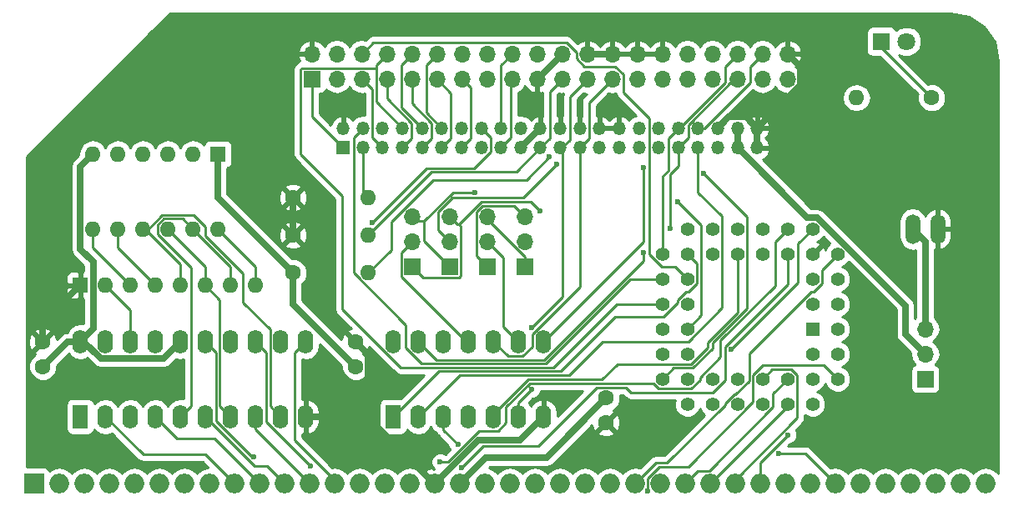
<source format=gbl>
G04 #@! TF.FileFunction,Copper,L2,Bot,Signal*
%FSLAX46Y46*%
G04 Gerber Fmt 4.6, Leading zero omitted, Abs format (unit mm)*
G04 Created by KiCad (PCBNEW 4.0.7) date Tue Sep 26 02:04:38 2017*
%MOMM*%
%LPD*%
G01*
G04 APERTURE LIST*
%ADD10C,0.100000*%
%ADD11R,1.700000X1.700000*%
%ADD12O,1.700000X1.700000*%
%ADD13O,1.510000X3.010000*%
%ADD14R,1.600000X2.400000*%
%ADD15O,1.600000X2.400000*%
%ADD16C,1.600000*%
%ADD17R,2.000000X2.000000*%
%ADD18O,2.000000X2.000000*%
%ADD19R,1.397000X1.397000*%
%ADD20C,1.397000*%
%ADD21O,1.600000X1.600000*%
%ADD22R,1.350000X1.350000*%
%ADD23O,1.350000X1.350000*%
%ADD24R,1.600000X1.600000*%
%ADD25R,1.800000X1.800000*%
%ADD26C,1.800000*%
%ADD27C,0.600000*%
%ADD28C,0.635000*%
%ADD29C,0.254000*%
G04 APERTURE END LIST*
D10*
D11*
X90170000Y-121920000D03*
D12*
X90170000Y-119380000D03*
X92710000Y-121920000D03*
X92710000Y-119380000D03*
X95250000Y-121920000D03*
X95250000Y-119380000D03*
X97790000Y-121920000D03*
X97790000Y-119380000D03*
X100330000Y-121920000D03*
X100330000Y-119380000D03*
X102870000Y-121920000D03*
X102870000Y-119380000D03*
X105410000Y-121920000D03*
X105410000Y-119380000D03*
X107950000Y-121920000D03*
X107950000Y-119380000D03*
X110490000Y-121920000D03*
X110490000Y-119380000D03*
X113030000Y-121920000D03*
X113030000Y-119380000D03*
X115570000Y-121920000D03*
X115570000Y-119380000D03*
X118110000Y-121920000D03*
X118110000Y-119380000D03*
X120650000Y-121920000D03*
X120650000Y-119380000D03*
X123190000Y-121920000D03*
X123190000Y-119380000D03*
X125730000Y-121920000D03*
X125730000Y-119380000D03*
X128270000Y-121920000D03*
X128270000Y-119380000D03*
X130810000Y-121920000D03*
X130810000Y-119380000D03*
X133350000Y-121920000D03*
X133350000Y-119380000D03*
X135890000Y-121920000D03*
X135890000Y-119380000D03*
X138430000Y-121920000D03*
X138430000Y-119380000D03*
D13*
X151130000Y-137160000D03*
X153670000Y-137160000D03*
D11*
X152400000Y-152400000D03*
D12*
X152400000Y-149860000D03*
X152400000Y-147320000D03*
D14*
X98425000Y-156210000D03*
D15*
X113665000Y-148590000D03*
X100965000Y-156210000D03*
X111125000Y-148590000D03*
X103505000Y-156210000D03*
X108585000Y-148590000D03*
X106045000Y-156210000D03*
X106045000Y-148590000D03*
X108585000Y-156210000D03*
X103505000Y-148590000D03*
X111125000Y-156210000D03*
X100965000Y-148590000D03*
X113665000Y-156210000D03*
X98425000Y-148590000D03*
D16*
X120015000Y-154305000D03*
X120015000Y-156805000D03*
D14*
X66675000Y-156210000D03*
D15*
X89535000Y-148590000D03*
X69215000Y-156210000D03*
X86995000Y-148590000D03*
X71755000Y-156210000D03*
X84455000Y-148590000D03*
X74295000Y-156210000D03*
X81915000Y-148590000D03*
X76835000Y-156210000D03*
X79375000Y-148590000D03*
X79375000Y-156210000D03*
X76835000Y-148590000D03*
X81915000Y-156210000D03*
X74295000Y-148590000D03*
X84455000Y-156210000D03*
X71755000Y-148590000D03*
X86995000Y-156210000D03*
X69215000Y-148590000D03*
X89535000Y-156210000D03*
X66675000Y-148590000D03*
D17*
X62000000Y-163000000D03*
D18*
X64540000Y-163000000D03*
X67080000Y-163000000D03*
X69620000Y-163000000D03*
X72160000Y-163000000D03*
X74700000Y-163000000D03*
X77240000Y-163000000D03*
X79780000Y-163000000D03*
X82320000Y-163000000D03*
X84860000Y-163000000D03*
X87400000Y-163000000D03*
X89940000Y-163000000D03*
X92480000Y-163000000D03*
X95020000Y-163000000D03*
X97560000Y-163000000D03*
X100100000Y-163000000D03*
X102640000Y-163000000D03*
X105180000Y-163000000D03*
X107720000Y-163000000D03*
X110260000Y-163000000D03*
X112800000Y-163000000D03*
X115340000Y-163000000D03*
X117880000Y-163000000D03*
X120420000Y-163000000D03*
X122960000Y-163000000D03*
X125500000Y-163000000D03*
X128040000Y-163000000D03*
X130580000Y-163000000D03*
X133120000Y-163000000D03*
X135660000Y-163000000D03*
X138200000Y-163000000D03*
X140740000Y-163000000D03*
X143280000Y-163000000D03*
X145820000Y-163000000D03*
X148360000Y-163000000D03*
X150900000Y-163000000D03*
X153440000Y-163000000D03*
X155980000Y-163000000D03*
X158520000Y-163000000D03*
D19*
X140970000Y-147320000D03*
D20*
X143510000Y-144780000D03*
X140970000Y-144780000D03*
X143510000Y-142240000D03*
X140970000Y-142240000D03*
X143510000Y-139700000D03*
X140970000Y-137160000D03*
X140970000Y-139700000D03*
X138430000Y-137160000D03*
X138430000Y-139700000D03*
X135890000Y-137160000D03*
X135890000Y-139700000D03*
X133350000Y-137160000D03*
X133350000Y-139700000D03*
X130810000Y-137160000D03*
X130810000Y-139700000D03*
X128270000Y-137160000D03*
X125730000Y-139700000D03*
X128270000Y-139700000D03*
X125730000Y-142240000D03*
X128270000Y-142240000D03*
X125730000Y-144780000D03*
X128270000Y-144780000D03*
X125730000Y-147320000D03*
X128270000Y-147320000D03*
X125730000Y-149860000D03*
X128270000Y-149860000D03*
X125730000Y-152400000D03*
X128270000Y-154940000D03*
X128270000Y-152400000D03*
X130810000Y-154940000D03*
X130810000Y-152400000D03*
X133350000Y-154940000D03*
X133350000Y-152400000D03*
X135890000Y-154940000D03*
X135890000Y-152400000D03*
X138430000Y-154940000D03*
X138430000Y-152400000D03*
X140970000Y-154940000D03*
X143510000Y-152400000D03*
X140970000Y-152400000D03*
X143510000Y-149860000D03*
X140970000Y-149860000D03*
X143510000Y-147320000D03*
D16*
X153035000Y-123825000D03*
D21*
X145415000Y-123825000D03*
D22*
X93345000Y-128905000D03*
D23*
X93345000Y-126905000D03*
X95345000Y-128905000D03*
X95345000Y-126905000D03*
X97345000Y-128905000D03*
X97345000Y-126905000D03*
X99345000Y-128905000D03*
X99345000Y-126905000D03*
X101345000Y-128905000D03*
X101345000Y-126905000D03*
X103345000Y-128905000D03*
X103345000Y-126905000D03*
X105345000Y-128905000D03*
X105345000Y-126905000D03*
X107345000Y-128905000D03*
X107345000Y-126905000D03*
X109345000Y-128905000D03*
X109345000Y-126905000D03*
X111345000Y-128905000D03*
X111345000Y-126905000D03*
X113345000Y-128905000D03*
X113345000Y-126905000D03*
X115345000Y-128905000D03*
X115345000Y-126905000D03*
X117345000Y-128905000D03*
X117345000Y-126905000D03*
X119345000Y-128905000D03*
X119345000Y-126905000D03*
X121345000Y-128905000D03*
X121345000Y-126905000D03*
X123345000Y-128905000D03*
X123345000Y-126905000D03*
X125345000Y-128905000D03*
X125345000Y-126905000D03*
X127345000Y-128905000D03*
X127345000Y-126905000D03*
X129345000Y-128905000D03*
X129345000Y-126905000D03*
X131345000Y-128905000D03*
X131345000Y-126905000D03*
X133345000Y-128905000D03*
X133345000Y-126905000D03*
X135345000Y-128905000D03*
X135345000Y-126905000D03*
D24*
X80645000Y-129540000D03*
D21*
X67945000Y-137160000D03*
X78105000Y-129540000D03*
X70485000Y-137160000D03*
X75565000Y-129540000D03*
X73025000Y-137160000D03*
X73025000Y-129540000D03*
X75565000Y-137160000D03*
X70485000Y-129540000D03*
X78105000Y-137160000D03*
X67945000Y-129540000D03*
X80645000Y-137160000D03*
D16*
X62865000Y-151130000D03*
X62865000Y-148630000D03*
X94615000Y-151130000D03*
X94615000Y-148630000D03*
D25*
X147955000Y-118110000D03*
D26*
X150495000Y-118110000D03*
D11*
X111760000Y-140970000D03*
D12*
X111760000Y-138430000D03*
X111760000Y-135890000D03*
D11*
X107950000Y-140970000D03*
D12*
X107950000Y-138430000D03*
X107950000Y-135890000D03*
D11*
X104140000Y-140970000D03*
D12*
X104140000Y-138430000D03*
X104140000Y-135890000D03*
D11*
X100330000Y-140970000D03*
D12*
X100330000Y-138430000D03*
X100330000Y-135890000D03*
D24*
X66675000Y-142875000D03*
D21*
X69215000Y-142875000D03*
X71755000Y-142875000D03*
X74295000Y-142875000D03*
X76835000Y-142875000D03*
X79375000Y-142875000D03*
X81915000Y-142875000D03*
X84455000Y-142875000D03*
D16*
X88265000Y-133985000D03*
D21*
X95885000Y-133985000D03*
D16*
X88265000Y-137795000D03*
D21*
X95885000Y-137795000D03*
D16*
X88265000Y-141605000D03*
D21*
X95885000Y-141605000D03*
D27*
X138464300Y-158065000D03*
X137545800Y-159936400D03*
X103181100Y-160812000D03*
X104969600Y-159057100D03*
X90021700Y-161255300D03*
X124230000Y-163764700D03*
X105337600Y-161395300D03*
X127311700Y-134412900D03*
X84231800Y-160257700D03*
X132705500Y-149367600D03*
X123798500Y-139572600D03*
X96260500Y-136532400D03*
X129919600Y-131499100D03*
X112420200Y-147154100D03*
X112420200Y-153472500D03*
X126497900Y-137126700D03*
X115021300Y-130555100D03*
X123837800Y-130937400D03*
X113291900Y-135301800D03*
X106674500Y-133435000D03*
X114271900Y-129851600D03*
D28*
X65405000Y-148590000D02*
X66675000Y-148590000D01*
X62865000Y-151130000D02*
X65405000Y-148590000D01*
X80645000Y-133985000D02*
X88265000Y-141605000D01*
X80645000Y-129540000D02*
X80645000Y-133985000D01*
X88265000Y-144780000D02*
X94615000Y-151130000D01*
X88265000Y-141605000D02*
X88265000Y-144780000D01*
X67970100Y-147294900D02*
X66864800Y-148400200D01*
X67970100Y-140519900D02*
X67970100Y-147294900D01*
X66678400Y-139228200D02*
X67970100Y-140519900D01*
X66678400Y-130806600D02*
X66678400Y-139228200D01*
X67945000Y-129540000D02*
X66678400Y-130806600D01*
X66864800Y-148400200D02*
X66675000Y-148590000D01*
X75159600Y-150265400D02*
X76835000Y-148590000D01*
X68730000Y-150265400D02*
X75159600Y-150265400D01*
X66864800Y-148400200D02*
X68730000Y-150265400D01*
X107808600Y-160371400D02*
X105180000Y-163000000D01*
X113948600Y-160371400D02*
X107808600Y-160371400D01*
X120015000Y-154305000D02*
X113948600Y-160371400D01*
X135345000Y-128905000D02*
X135345000Y-126905000D01*
X120650000Y-119380000D02*
X118110000Y-119380000D01*
X113345000Y-126905000D02*
X111345000Y-128905000D01*
X115570000Y-119380000D02*
X113030000Y-121920000D01*
X134223900Y-125783900D02*
X135345000Y-126905000D01*
X132466100Y-125783900D02*
X134223900Y-125783900D01*
X131345000Y-126905000D02*
X132466100Y-125783900D01*
X88265000Y-133985000D02*
X88265000Y-137795000D01*
X139731400Y-122518600D02*
X135345000Y-126905000D01*
X139731400Y-120681400D02*
X139731400Y-122518600D01*
X138430000Y-119380000D02*
X139731400Y-120681400D01*
X107056900Y-158583100D02*
X102640000Y-163000000D01*
X111291900Y-158583100D02*
X107056900Y-158583100D01*
X113665000Y-156210000D02*
X111291900Y-158583100D01*
X102547100Y-163000000D02*
X95617900Y-156070700D01*
X102640000Y-163000000D02*
X102547100Y-163000000D01*
X95478600Y-156210000D02*
X95617900Y-156070700D01*
X89535000Y-156210000D02*
X95478600Y-156210000D01*
X95892700Y-149907700D02*
X94615000Y-148630000D01*
X95892700Y-155795900D02*
X95892700Y-149907700D01*
X95617900Y-156070700D02*
X95892700Y-155795900D01*
X62865000Y-146685000D02*
X62865000Y-148630000D01*
X66675000Y-142875000D02*
X62865000Y-146685000D01*
D29*
X129329700Y-161710300D02*
X128040000Y-163000000D01*
X130481700Y-161710300D02*
X129329700Y-161710300D01*
X136938900Y-155253100D02*
X130481700Y-161710300D01*
X136938900Y-153891100D02*
X136938900Y-155253100D01*
X138430000Y-152400000D02*
X136938900Y-153891100D01*
X138430000Y-155150000D02*
X130580000Y-163000000D01*
X138430000Y-154940000D02*
X138430000Y-155150000D01*
X133120000Y-162625400D02*
X133120000Y-163000000D01*
X139422600Y-156322800D02*
X133120000Y-162625400D01*
X139422600Y-152037800D02*
X139422600Y-156322800D01*
X138812300Y-151427500D02*
X139422600Y-152037800D01*
X136862500Y-151427500D02*
X138812300Y-151427500D01*
X135890000Y-152400000D02*
X136862500Y-151427500D01*
X135660000Y-160869300D02*
X135660000Y-163000000D01*
X138464300Y-158065000D02*
X135660000Y-160869300D01*
X140216400Y-159936400D02*
X137545800Y-159936400D01*
X143280000Y-163000000D02*
X140216400Y-159936400D01*
X137160100Y-138429900D02*
X138430000Y-137160000D01*
X137160100Y-142901000D02*
X137160100Y-138429900D01*
X131617300Y-148443800D02*
X137160100Y-142901000D01*
X131617300Y-150133200D02*
X131617300Y-148443800D01*
X129540100Y-152210400D02*
X131617300Y-150133200D01*
X129540100Y-152496100D02*
X129540100Y-152210400D01*
X128669400Y-153366800D02*
X129540100Y-152496100D01*
X125349300Y-153366800D02*
X128669400Y-153366800D01*
X124837000Y-152854500D02*
X125349300Y-153366800D01*
X112254500Y-152854500D02*
X124837000Y-152854500D01*
X109855000Y-155254000D02*
X112254500Y-152854500D01*
X109855000Y-156846900D02*
X109855000Y-155254000D01*
X109037500Y-157664400D02*
X109855000Y-156846900D01*
X107146100Y-157664400D02*
X109037500Y-157664400D01*
X103998500Y-160812000D02*
X107146100Y-157664400D01*
X103181100Y-160812000D02*
X103998500Y-160812000D01*
X103505000Y-157592500D02*
X103505000Y-156210000D01*
X104969600Y-159057100D02*
X103505000Y-157592500D01*
X84455000Y-157515000D02*
X84455000Y-156210000D01*
X89940000Y-163000000D02*
X84455000Y-157515000D01*
X88423700Y-149701300D02*
X89535000Y-148590000D01*
X88423700Y-158616600D02*
X88423700Y-149701300D01*
X92480000Y-162672900D02*
X88423700Y-158616600D01*
X92480000Y-163000000D02*
X92480000Y-162672900D01*
X85534200Y-156767800D02*
X90021700Y-161255300D01*
X85534200Y-149669200D02*
X85534200Y-156767800D01*
X84455000Y-148590000D02*
X85534200Y-149669200D01*
X84371500Y-161206500D02*
X79375000Y-156210000D01*
X85606500Y-161206500D02*
X84371500Y-161206500D01*
X87400000Y-163000000D02*
X85606500Y-161206500D01*
X76500600Y-158415600D02*
X74295000Y-156210000D01*
X80275600Y-158415600D02*
X76500600Y-158415600D01*
X84860000Y-163000000D02*
X80275600Y-158415600D01*
X79374200Y-160054200D02*
X82320000Y-163000000D01*
X73059200Y-160054200D02*
X79374200Y-160054200D01*
X69215000Y-156210000D02*
X73059200Y-160054200D01*
X125058400Y-160901600D02*
X122960000Y-163000000D01*
X125058400Y-160901500D02*
X125058400Y-160901600D01*
X126216500Y-160901500D02*
X125058400Y-160901500D01*
X132080100Y-155037900D02*
X126216500Y-160901500D01*
X132080100Y-154851600D02*
X132080100Y-155037900D01*
X132992900Y-153938800D02*
X132080100Y-154851600D01*
X133159700Y-153938800D02*
X132992900Y-153938800D01*
X134516800Y-152581700D02*
X133159700Y-153938800D01*
X134516800Y-149807000D02*
X134516800Y-152581700D01*
X140813800Y-143510000D02*
X134516800Y-149807000D01*
X141079400Y-143510000D02*
X140813800Y-143510000D01*
X141923000Y-142666400D02*
X141079400Y-143510000D01*
X141923000Y-141287000D02*
X141923000Y-142666400D01*
X143510000Y-139700000D02*
X141923000Y-141287000D01*
X124230000Y-162496100D02*
X124230000Y-163764700D01*
X125397200Y-161328900D02*
X124230000Y-162496100D01*
X128336400Y-161328900D02*
X125397200Y-161328900D01*
X134937100Y-154728200D02*
X128336400Y-161328900D01*
X134937100Y-152004300D02*
X134937100Y-154728200D01*
X135928900Y-151012500D02*
X134937100Y-152004300D01*
X142122500Y-151012500D02*
X135928900Y-151012500D01*
X143510000Y-152400000D02*
X142122500Y-151012500D01*
X107577900Y-159155000D02*
X105337600Y-161395300D01*
X113133300Y-159155000D02*
X107577900Y-159155000D01*
X119052400Y-153235900D02*
X113133300Y-159155000D01*
X122015500Y-153235900D02*
X119052400Y-153235900D01*
X122527800Y-153748200D02*
X122015500Y-153235900D01*
X130821600Y-153748200D02*
X122527800Y-153748200D01*
X132080100Y-152489700D02*
X130821600Y-153748200D01*
X132080100Y-149115300D02*
X132080100Y-152489700D01*
X138430000Y-142765400D02*
X132080100Y-149115300D01*
X138430000Y-139700000D02*
X138430000Y-142765400D01*
X95345000Y-133445000D02*
X95345000Y-128905000D01*
X95885000Y-133985000D02*
X95345000Y-133445000D01*
X122479000Y-142240000D02*
X125730000Y-142240000D01*
X113878900Y-150840100D02*
X122479000Y-142240000D01*
X101296100Y-150840100D02*
X113878900Y-150840100D01*
X99695000Y-149239000D02*
X101296100Y-150840100D01*
X99695000Y-146914200D02*
X99695000Y-149239000D01*
X94384800Y-141604000D02*
X99695000Y-146914200D01*
X94384800Y-127865200D02*
X94384800Y-141604000D01*
X95345000Y-126905000D02*
X94384800Y-127865200D01*
X96297300Y-122967300D02*
X95250000Y-121920000D01*
X96297300Y-127857300D02*
X96297300Y-122967300D01*
X97345000Y-128905000D02*
X96297300Y-127857300D01*
X127000000Y-140970000D02*
X128270000Y-142240000D01*
X125648600Y-140970000D02*
X127000000Y-140970000D01*
X124392100Y-139713500D02*
X125648600Y-140970000D01*
X124392100Y-125910500D02*
X124392100Y-139713500D01*
X121754400Y-123272800D02*
X124392100Y-125910500D01*
X121754400Y-121458500D02*
X121754400Y-123272800D01*
X120945900Y-120650000D02*
X121754400Y-121458500D01*
X117791300Y-120650000D02*
X120945900Y-120650000D01*
X117005600Y-119864300D02*
X117791300Y-120650000D01*
X117005600Y-119253000D02*
X117005600Y-119864300D01*
X115991300Y-118238700D02*
X117005600Y-119253000D01*
X96391300Y-118238700D02*
X115991300Y-118238700D01*
X95250000Y-119380000D02*
X96391300Y-118238700D01*
X97790000Y-123889300D02*
X97790000Y-121920000D01*
X100286400Y-126385700D02*
X97790000Y-123889300D01*
X100286400Y-127963600D02*
X100286400Y-126385700D01*
X99345000Y-128905000D02*
X100286400Y-127963600D01*
X96678700Y-124238700D02*
X96678700Y-120802700D01*
X99345000Y-126905000D02*
X96678700Y-124238700D01*
X96678700Y-120491300D02*
X97790000Y-119380000D01*
X96678700Y-120802700D02*
X96678700Y-120491300D01*
X121132900Y-144780000D02*
X125730000Y-144780000D01*
X114691400Y-151221500D02*
X121132900Y-144780000D01*
X99165400Y-151221500D02*
X114691400Y-151221500D01*
X93272700Y-145328800D02*
X99165400Y-151221500D01*
X93272700Y-133787700D02*
X93272700Y-145328800D01*
X89042200Y-129557200D02*
X93272700Y-133787700D01*
X89042200Y-120964400D02*
X89042200Y-129557200D01*
X89203900Y-120802700D02*
X89042200Y-120964400D01*
X96678700Y-120802700D02*
X89203900Y-120802700D01*
X100330000Y-124429300D02*
X100330000Y-121920000D01*
X102286400Y-126385700D02*
X100330000Y-124429300D01*
X102286400Y-127963600D02*
X102286400Y-126385700D01*
X101345000Y-128905000D02*
X102286400Y-127963600D01*
X99218700Y-120491300D02*
X100330000Y-119380000D01*
X99218700Y-124778700D02*
X99218700Y-120491300D01*
X101345000Y-126905000D02*
X99218700Y-124778700D01*
X104288000Y-123338000D02*
X102870000Y-121920000D01*
X104288000Y-127962000D02*
X104288000Y-123338000D01*
X103345000Y-128905000D02*
X104288000Y-127962000D01*
X101758700Y-125318700D02*
X103345000Y-126905000D01*
X101758700Y-120491300D02*
X101758700Y-125318700D01*
X102870000Y-119380000D02*
X101758700Y-120491300D01*
X129658700Y-136759900D02*
X127311700Y-134412900D01*
X129658700Y-145931300D02*
X129658700Y-136759900D01*
X128270000Y-147320000D02*
X129658700Y-145931300D01*
X84070700Y-160257700D02*
X84231800Y-160257700D01*
X80454300Y-156641300D02*
X84070700Y-160257700D01*
X80454300Y-149669300D02*
X80454300Y-156641300D01*
X79375000Y-148590000D02*
X80454300Y-149669300D01*
X71755000Y-145415000D02*
X71755000Y-148590000D01*
X69215000Y-142875000D02*
X71755000Y-145415000D01*
X139497200Y-142575900D02*
X132705500Y-149367600D01*
X139497200Y-138632800D02*
X139497200Y-142575900D01*
X140970000Y-137160000D02*
X139497200Y-138632800D01*
X102819900Y-150444900D02*
X100965000Y-148590000D01*
X113734800Y-150444900D02*
X102819900Y-150444900D01*
X123798500Y-140381200D02*
X113734800Y-150444900D01*
X123798500Y-139572600D02*
X123798500Y-140381200D01*
X108585000Y-155984700D02*
X108585000Y-156210000D01*
X112139600Y-152430100D02*
X108585000Y-155984700D01*
X119567400Y-152430100D02*
X112139600Y-152430100D01*
X121140300Y-150857200D02*
X119567400Y-152430100D01*
X128664800Y-150857200D02*
X121140300Y-150857200D01*
X130297300Y-149224700D02*
X128664800Y-150857200D01*
X130297300Y-148685500D02*
X130297300Y-149224700D01*
X133350000Y-145632800D02*
X130297300Y-148685500D01*
X133350000Y-139700000D02*
X133350000Y-145632800D01*
X129223000Y-140653000D02*
X128270000Y-139700000D01*
X129223000Y-142687500D02*
X129223000Y-140653000D01*
X128400500Y-143510000D02*
X129223000Y-142687500D01*
X128150500Y-143510000D02*
X128400500Y-143510000D01*
X127241900Y-144418600D02*
X128150500Y-143510000D01*
X127241900Y-144654100D02*
X127241900Y-144418600D01*
X125846000Y-146050000D02*
X127241900Y-144654100D01*
X120941300Y-146050000D02*
X125846000Y-146050000D01*
X115388500Y-151602800D02*
X120941300Y-146050000D01*
X103032200Y-151602800D02*
X115388500Y-151602800D01*
X98425000Y-156210000D02*
X103032200Y-151602800D01*
X147955000Y-118745000D02*
X153035000Y-123825000D01*
X147955000Y-118110000D02*
X147955000Y-118745000D01*
X90170000Y-125730000D02*
X93345000Y-128905000D01*
X90170000Y-121920000D02*
X90170000Y-125730000D01*
X106286600Y-127963400D02*
X105345000Y-128905000D01*
X106286600Y-122796600D02*
X106286600Y-127963400D01*
X105410000Y-121920000D02*
X106286600Y-122796600D01*
X101823800Y-130969100D02*
X96260500Y-136532400D01*
X101823800Y-130969000D02*
X101823800Y-130969100D01*
X106597200Y-130969000D02*
X101823800Y-130969000D01*
X108280400Y-129285800D02*
X106597200Y-130969000D01*
X108280400Y-127840400D02*
X108280400Y-129285800D01*
X107345000Y-126905000D02*
X108280400Y-127840400D01*
X110345000Y-122065000D02*
X110490000Y-121920000D01*
X110345000Y-127905000D02*
X110345000Y-122065000D01*
X109345000Y-128905000D02*
X110345000Y-127905000D01*
X109345000Y-120525000D02*
X110490000Y-119380000D01*
X109345000Y-126905000D02*
X109345000Y-120525000D01*
X134302800Y-135882300D02*
X129919600Y-131499100D01*
X134302800Y-145219100D02*
X134302800Y-135882300D01*
X130813500Y-148708400D02*
X134302800Y-145219100D01*
X130813500Y-149264300D02*
X130813500Y-148708400D01*
X128839200Y-151238600D02*
X130813500Y-149264300D01*
X126891400Y-151238600D02*
X128839200Y-151238600D01*
X125730000Y-152400000D02*
X126891400Y-151238600D01*
X111125000Y-154767700D02*
X111125000Y-156210000D01*
X112420200Y-153472500D02*
X111125000Y-154767700D01*
X116345000Y-128091600D02*
X115531600Y-128905000D01*
X116345000Y-123685000D02*
X116345000Y-128091600D01*
X118110000Y-121920000D02*
X116345000Y-123685000D01*
X115531600Y-128905000D02*
X115345000Y-128905000D01*
X115575600Y-128949000D02*
X115531600Y-128905000D01*
X115575600Y-143998700D02*
X115575600Y-128949000D01*
X112420200Y-147154100D02*
X115575600Y-143998700D01*
X118274400Y-127975600D02*
X117345000Y-128905000D01*
X118274400Y-124295600D02*
X118274400Y-127975600D01*
X120650000Y-121920000D02*
X118274400Y-124295600D01*
X117345000Y-143013200D02*
X117345000Y-128905000D01*
X112529900Y-147828300D02*
X117345000Y-143013200D01*
X112529900Y-149079300D02*
X112529900Y-147828300D01*
X111552800Y-150056400D02*
X112529900Y-149079300D01*
X110051400Y-150056400D02*
X111552800Y-150056400D01*
X108585000Y-148590000D02*
X110051400Y-150056400D01*
X128345000Y-127905000D02*
X127345000Y-128905000D01*
X128345000Y-126557300D02*
X128345000Y-127905000D01*
X132982300Y-121920000D02*
X128345000Y-126557300D01*
X133350000Y-121920000D02*
X132982300Y-121920000D01*
X126497900Y-131572600D02*
X126497900Y-137126700D01*
X127345000Y-130725500D02*
X126497900Y-131572600D01*
X127345000Y-128905000D02*
X127345000Y-130725500D01*
X111587100Y-133989300D02*
X115021300Y-130555100D01*
X104451300Y-133989300D02*
X111587100Y-133989300D01*
X103013700Y-135426900D02*
X104451300Y-133989300D01*
X103013700Y-137303700D02*
X103013700Y-135426900D01*
X104140000Y-138430000D02*
X103013700Y-137303700D01*
X132080000Y-120650000D02*
X133350000Y-119380000D01*
X132080000Y-122239400D02*
X132080000Y-120650000D01*
X127414400Y-126905000D02*
X132080000Y-122239400D01*
X127345000Y-126905000D02*
X127414400Y-126905000D01*
X125730000Y-131801200D02*
X125730000Y-139700000D01*
X126302200Y-131229000D02*
X125730000Y-131801200D01*
X126302200Y-127947800D02*
X126302200Y-131229000D01*
X127345000Y-126905000D02*
X126302200Y-127947800D01*
X129345000Y-133418200D02*
X129345000Y-128905000D01*
X131783100Y-135856300D02*
X129345000Y-133418200D01*
X131783100Y-145172500D02*
X131783100Y-135856300D01*
X128365600Y-148590000D02*
X131783100Y-145172500D01*
X119695300Y-148590000D02*
X128365600Y-148590000D01*
X116301200Y-151984100D02*
X119695300Y-148590000D01*
X105190900Y-151984100D02*
X116301200Y-151984100D01*
X100965000Y-156210000D02*
X105190900Y-151984100D01*
X129987800Y-126905000D02*
X129345000Y-126905000D01*
X134620000Y-122272800D02*
X129987800Y-126905000D01*
X134620000Y-120650000D02*
X134620000Y-122272800D01*
X135890000Y-119380000D02*
X134620000Y-120650000D01*
X123837800Y-138417200D02*
X113665000Y-148590000D01*
X123837800Y-130937400D02*
X123837800Y-138417200D01*
X110649400Y-134779400D02*
X111760000Y-135890000D01*
X107493600Y-134779400D02*
X110649400Y-134779400D01*
X106832500Y-135440500D02*
X107493600Y-134779400D01*
X106832500Y-139852500D02*
X106832500Y-135440500D01*
X107950000Y-140970000D02*
X106832500Y-139852500D01*
X104916600Y-136666600D02*
X104140000Y-135890000D01*
X105053600Y-136666600D02*
X104916600Y-136666600D01*
X105291500Y-136904500D02*
X105053600Y-136666600D01*
X105291500Y-141935200D02*
X105291500Y-136904500D01*
X105121000Y-142105700D02*
X105291500Y-141935200D01*
X101465700Y-142105700D02*
X105121000Y-142105700D01*
X100330000Y-140970000D02*
X101465700Y-142105700D01*
X112362900Y-134372800D02*
X113291900Y-135301800D01*
X107347400Y-134372800D02*
X112362900Y-134372800D01*
X105053600Y-136666600D02*
X107347400Y-134372800D01*
X70485000Y-139065000D02*
X70485000Y-137160000D01*
X74295000Y-142875000D02*
X70485000Y-139065000D01*
X73173800Y-137308800D02*
X73385800Y-137308800D01*
X73025000Y-137160000D02*
X73173800Y-137308800D01*
X74980200Y-135714400D02*
X73385800Y-137308800D01*
X78204400Y-135714400D02*
X74980200Y-135714400D01*
X79375000Y-136885000D02*
X78204400Y-135714400D01*
X79375000Y-137826700D02*
X79375000Y-136885000D01*
X83185000Y-141636700D02*
X79375000Y-137826700D01*
X83185000Y-144613900D02*
X83185000Y-141636700D01*
X85940600Y-147369500D02*
X83185000Y-144613900D01*
X85940600Y-155155600D02*
X85940600Y-147369500D01*
X86995000Y-156210000D02*
X85940600Y-155155600D01*
X76835000Y-140758000D02*
X76835000Y-142875000D01*
X73385800Y-137308800D02*
X76835000Y-140758000D01*
X79375000Y-140970000D02*
X79375000Y-142875000D01*
X75565000Y-137160000D02*
X79375000Y-140970000D01*
X80835700Y-144335700D02*
X79375000Y-142875000D01*
X80835700Y-155130700D02*
X80835700Y-144335700D01*
X81915000Y-156210000D02*
X80835700Y-155130700D01*
X81915000Y-140970000D02*
X78105000Y-137160000D01*
X81915000Y-142875000D02*
X81915000Y-140970000D01*
X77946200Y-155098800D02*
X76835000Y-156210000D01*
X77946200Y-141097000D02*
X77946200Y-155098800D01*
X74505800Y-137656600D02*
X77946200Y-141097000D01*
X74505800Y-136728100D02*
X74505800Y-137656600D01*
X75138100Y-136095800D02*
X74505800Y-136728100D01*
X77040800Y-136095800D02*
X75138100Y-136095800D01*
X78105000Y-137160000D02*
X77040800Y-136095800D01*
X84455000Y-140970000D02*
X80645000Y-137160000D01*
X84455000Y-142875000D02*
X84455000Y-140970000D01*
D28*
X152400000Y-138430000D02*
X151130000Y-137160000D01*
X152400000Y-147320000D02*
X152400000Y-138430000D01*
X150372400Y-147832400D02*
X152400000Y-149860000D01*
X150372400Y-144937200D02*
X150372400Y-147832400D01*
X141423300Y-135988100D02*
X150372400Y-144937200D01*
X140428100Y-135988100D02*
X141423300Y-135988100D01*
X133345000Y-128905000D02*
X140428100Y-135988100D01*
X133345000Y-126905000D02*
X133345000Y-128905000D01*
D29*
X107950000Y-136204700D02*
X107950000Y-135890000D01*
X111760000Y-140014700D02*
X107950000Y-136204700D01*
X111760000Y-140970000D02*
X111760000Y-140014700D01*
X109591700Y-147056700D02*
X111125000Y-148590000D01*
X109591700Y-140071700D02*
X109591700Y-147056700D01*
X107950000Y-138430000D02*
X109591700Y-140071700D01*
X100772200Y-136332200D02*
X101568900Y-136332200D01*
X100330000Y-135890000D02*
X100772200Y-136332200D01*
X101568900Y-138398900D02*
X104140000Y-140970000D01*
X101568900Y-136332200D02*
X101568900Y-138398900D01*
X104466100Y-133435000D02*
X106674500Y-133435000D01*
X101568900Y-136332200D02*
X104466100Y-133435000D01*
X99225600Y-139534400D02*
X100330000Y-138430000D01*
X99225600Y-141996500D02*
X99225600Y-139534400D01*
X105819100Y-148590000D02*
X99225600Y-141996500D01*
X106045000Y-148590000D02*
X105819100Y-148590000D01*
X67945000Y-139065000D02*
X67945000Y-137160000D01*
X71755000Y-142875000D02*
X67945000Y-139065000D01*
X114292200Y-127957800D02*
X113345000Y-128905000D01*
X114292200Y-123197800D02*
X114292200Y-127957800D01*
X115570000Y-121920000D02*
X114292200Y-123197800D01*
X102329600Y-131350400D02*
X95885000Y-137795000D01*
X110899600Y-131350400D02*
X102329600Y-131350400D01*
X113345000Y-128905000D02*
X110899600Y-131350400D01*
X98217500Y-139272500D02*
X95885000Y-141605000D01*
X98217500Y-136440700D02*
X98217500Y-139272500D01*
X102486900Y-132171300D02*
X98217500Y-136440700D01*
X111952200Y-132171300D02*
X102486900Y-132171300D01*
X114271900Y-129851600D02*
X111952200Y-132171300D01*
G36*
X102767000Y-162873000D02*
X102787000Y-162873000D01*
X102787000Y-163127000D01*
X102767000Y-163127000D01*
X102767000Y-163147000D01*
X102513000Y-163147000D01*
X102513000Y-163127000D01*
X102493000Y-163127000D01*
X102493000Y-162873000D01*
X102513000Y-162873000D01*
X102513000Y-162853000D01*
X102767000Y-162853000D01*
X102767000Y-162873000D01*
X102767000Y-162873000D01*
G37*
X102767000Y-162873000D02*
X102787000Y-162873000D01*
X102787000Y-163127000D01*
X102767000Y-163127000D01*
X102767000Y-163147000D01*
X102513000Y-163147000D01*
X102513000Y-163127000D01*
X102493000Y-163127000D01*
X102493000Y-162873000D01*
X102513000Y-162873000D01*
X102513000Y-162853000D01*
X102767000Y-162853000D01*
X102767000Y-162873000D01*
G36*
X156827732Y-115587469D02*
X158377206Y-116622794D01*
X159412531Y-118172268D01*
X159790000Y-120069927D01*
X159790000Y-161982282D01*
X159676120Y-161811848D01*
X159145687Y-161457425D01*
X158520000Y-161332968D01*
X157894313Y-161457425D01*
X157363880Y-161811848D01*
X157250000Y-161982282D01*
X157136120Y-161811848D01*
X156605687Y-161457425D01*
X155980000Y-161332968D01*
X155354313Y-161457425D01*
X154823880Y-161811848D01*
X154710000Y-161982282D01*
X154596120Y-161811848D01*
X154065687Y-161457425D01*
X153440000Y-161332968D01*
X152814313Y-161457425D01*
X152283880Y-161811848D01*
X152170000Y-161982282D01*
X152056120Y-161811848D01*
X151525687Y-161457425D01*
X150900000Y-161332968D01*
X150274313Y-161457425D01*
X149743880Y-161811848D01*
X149630000Y-161982282D01*
X149516120Y-161811848D01*
X148985687Y-161457425D01*
X148360000Y-161332968D01*
X147734313Y-161457425D01*
X147203880Y-161811848D01*
X147090000Y-161982282D01*
X146976120Y-161811848D01*
X146445687Y-161457425D01*
X145820000Y-161332968D01*
X145194313Y-161457425D01*
X144663880Y-161811848D01*
X144550000Y-161982282D01*
X144436120Y-161811848D01*
X143905687Y-161457425D01*
X143280000Y-161332968D01*
X142788387Y-161430756D01*
X140755215Y-159397585D01*
X140726802Y-159378600D01*
X140508005Y-159232404D01*
X140216400Y-159174400D01*
X138432530Y-159174400D01*
X138606805Y-159000125D01*
X138649467Y-159000162D01*
X138993243Y-158858117D01*
X139256492Y-158595327D01*
X139399138Y-158251799D01*
X139399462Y-157879833D01*
X139266059Y-157556972D01*
X139961415Y-156861616D01*
X140126596Y-156614405D01*
X140149033Y-156501605D01*
X140184600Y-156322800D01*
X140184600Y-156040729D01*
X140213647Y-156069827D01*
X140703587Y-156273268D01*
X141234086Y-156273731D01*
X141724380Y-156071146D01*
X142099827Y-155696353D01*
X142303268Y-155206413D01*
X142303731Y-154675914D01*
X142101146Y-154185620D01*
X141726353Y-153810173D01*
X141388554Y-153669906D01*
X141724380Y-153531146D01*
X142099827Y-153156353D01*
X142240094Y-152818554D01*
X142378854Y-153154380D01*
X142753647Y-153529827D01*
X143243587Y-153733268D01*
X143774086Y-153733731D01*
X144264380Y-153531146D01*
X144639827Y-153156353D01*
X144843268Y-152666413D01*
X144843731Y-152135914D01*
X144641146Y-151645620D01*
X144266353Y-151270173D01*
X143928554Y-151129906D01*
X144264380Y-150991146D01*
X144639827Y-150616353D01*
X144843268Y-150126413D01*
X144843731Y-149595914D01*
X144641146Y-149105620D01*
X144266353Y-148730173D01*
X143928554Y-148589906D01*
X144264380Y-148451146D01*
X144639827Y-148076353D01*
X144843268Y-147586413D01*
X144843731Y-147055914D01*
X144641146Y-146565620D01*
X144266353Y-146190173D01*
X143928554Y-146049906D01*
X144264380Y-145911146D01*
X144639827Y-145536353D01*
X144843268Y-145046413D01*
X144843731Y-144515914D01*
X144641146Y-144025620D01*
X144266353Y-143650173D01*
X143928554Y-143509906D01*
X144264380Y-143371146D01*
X144639827Y-142996353D01*
X144843268Y-142506413D01*
X144843731Y-141975914D01*
X144641146Y-141485620D01*
X144266353Y-141110173D01*
X143928554Y-140969906D01*
X144264380Y-140831146D01*
X144592129Y-140503967D01*
X149419900Y-145331738D01*
X149419900Y-147832400D01*
X149492405Y-148196906D01*
X149698881Y-148505919D01*
X150913623Y-149720662D01*
X150885907Y-149860000D01*
X150998946Y-150428285D01*
X151320853Y-150910054D01*
X151362452Y-150937850D01*
X151314683Y-150946838D01*
X151098559Y-151085910D01*
X150953569Y-151298110D01*
X150902560Y-151550000D01*
X150902560Y-153250000D01*
X150946838Y-153485317D01*
X151085910Y-153701441D01*
X151298110Y-153846431D01*
X151550000Y-153897440D01*
X153250000Y-153897440D01*
X153485317Y-153853162D01*
X153701441Y-153714090D01*
X153846431Y-153501890D01*
X153897440Y-153250000D01*
X153897440Y-151550000D01*
X153853162Y-151314683D01*
X153714090Y-151098559D01*
X153501890Y-150953569D01*
X153434459Y-150939914D01*
X153479147Y-150910054D01*
X153801054Y-150428285D01*
X153914093Y-149860000D01*
X153801054Y-149291715D01*
X153479147Y-148809946D01*
X153149974Y-148590000D01*
X153479147Y-148370054D01*
X153801054Y-147888285D01*
X153914093Y-147320000D01*
X153801054Y-146751715D01*
X153479147Y-146269946D01*
X153352500Y-146185323D01*
X153352500Y-139243322D01*
X153543000Y-139134683D01*
X153543000Y-137287000D01*
X153797000Y-137287000D01*
X153797000Y-139134683D01*
X154011971Y-139257277D01*
X154084597Y-139242793D01*
X154563076Y-138982681D01*
X154905592Y-138559263D01*
X155060000Y-138037000D01*
X155060000Y-137287000D01*
X153797000Y-137287000D01*
X153543000Y-137287000D01*
X153523000Y-137287000D01*
X153523000Y-137033000D01*
X153543000Y-137033000D01*
X153543000Y-135185317D01*
X153797000Y-135185317D01*
X153797000Y-137033000D01*
X155060000Y-137033000D01*
X155060000Y-136283000D01*
X154905592Y-135760737D01*
X154563076Y-135337319D01*
X154084597Y-135077207D01*
X154011971Y-135062723D01*
X153797000Y-135185317D01*
X153543000Y-135185317D01*
X153328029Y-135062723D01*
X153255403Y-135077207D01*
X152776924Y-135337319D01*
X152434408Y-135760737D01*
X152412751Y-135833987D01*
X152112878Y-135385197D01*
X151661930Y-135083882D01*
X151130000Y-134978075D01*
X150598070Y-135083882D01*
X150147122Y-135385197D01*
X149845807Y-135836145D01*
X149740000Y-136368075D01*
X149740000Y-137951925D01*
X149845807Y-138483855D01*
X150147122Y-138934803D01*
X150598070Y-139236118D01*
X151130000Y-139341925D01*
X151447500Y-139278771D01*
X151447500Y-146185323D01*
X151324900Y-146267242D01*
X151324900Y-144937200D01*
X151252395Y-144572694D01*
X151045919Y-144263681D01*
X142096819Y-135314581D01*
X141787806Y-135108105D01*
X141423300Y-135035600D01*
X140822638Y-135035600D01*
X135876318Y-130089280D01*
X136008633Y-130034478D01*
X136390349Y-129694540D01*
X136612920Y-129234402D01*
X136490090Y-129032000D01*
X135472000Y-129032000D01*
X135472000Y-129052000D01*
X135218000Y-129052000D01*
X135218000Y-129032000D01*
X135198000Y-129032000D01*
X135198000Y-128778000D01*
X135218000Y-128778000D01*
X135218000Y-127032000D01*
X135472000Y-127032000D01*
X135472000Y-128778000D01*
X136490090Y-128778000D01*
X136612920Y-128575598D01*
X136390349Y-128115460D01*
X136154024Y-127905000D01*
X136390349Y-127694540D01*
X136612920Y-127234402D01*
X136490090Y-127032000D01*
X135472000Y-127032000D01*
X135218000Y-127032000D01*
X135198000Y-127032000D01*
X135198000Y-126778000D01*
X135218000Y-126778000D01*
X135218000Y-125760776D01*
X135472000Y-125760776D01*
X135472000Y-126778000D01*
X136490090Y-126778000D01*
X136612920Y-126575598D01*
X136390349Y-126115460D01*
X136008633Y-125775522D01*
X135674400Y-125637090D01*
X135472000Y-125760776D01*
X135218000Y-125760776D01*
X135015600Y-125637090D01*
X134681367Y-125775522D01*
X134349928Y-126070686D01*
X134271310Y-125953026D01*
X133846315Y-125669054D01*
X133345000Y-125569336D01*
X132843685Y-125669054D01*
X132418690Y-125953026D01*
X132340072Y-126070686D01*
X132107162Y-125863268D01*
X134145430Y-123825000D01*
X143951887Y-123825000D01*
X144061120Y-124374151D01*
X144372189Y-124839698D01*
X144837736Y-125150767D01*
X145386887Y-125260000D01*
X145443113Y-125260000D01*
X145992264Y-125150767D01*
X146457811Y-124839698D01*
X146768880Y-124374151D01*
X146878113Y-123825000D01*
X146768880Y-123275849D01*
X146457811Y-122810302D01*
X145992264Y-122499233D01*
X145443113Y-122390000D01*
X145386887Y-122390000D01*
X144837736Y-122499233D01*
X144372189Y-122810302D01*
X144061120Y-123275849D01*
X143951887Y-123825000D01*
X134145430Y-123825000D01*
X134918677Y-123051753D01*
X135321715Y-123321054D01*
X135890000Y-123434093D01*
X136458285Y-123321054D01*
X136940054Y-122999147D01*
X137160000Y-122669974D01*
X137379946Y-122999147D01*
X137861715Y-123321054D01*
X138430000Y-123434093D01*
X138998285Y-123321054D01*
X139480054Y-122999147D01*
X139801961Y-122517378D01*
X139915000Y-121949093D01*
X139915000Y-121890907D01*
X139801961Y-121322622D01*
X139480054Y-120840853D01*
X139196899Y-120651655D01*
X139196924Y-120651645D01*
X139625183Y-120261358D01*
X139871486Y-119736892D01*
X139750819Y-119507000D01*
X138557000Y-119507000D01*
X138557000Y-119527000D01*
X138303000Y-119527000D01*
X138303000Y-119507000D01*
X138283000Y-119507000D01*
X138283000Y-119253000D01*
X138303000Y-119253000D01*
X138303000Y-118059845D01*
X138557000Y-118059845D01*
X138557000Y-119253000D01*
X139750819Y-119253000D01*
X139871486Y-119023108D01*
X139625183Y-118498642D01*
X139196924Y-118108355D01*
X138786890Y-117938524D01*
X138557000Y-118059845D01*
X138303000Y-118059845D01*
X138073110Y-117938524D01*
X137663076Y-118108355D01*
X137234817Y-118498642D01*
X137167702Y-118641553D01*
X136940054Y-118300853D01*
X136458285Y-117978946D01*
X135890000Y-117865907D01*
X135321715Y-117978946D01*
X134839946Y-118300853D01*
X134620000Y-118630026D01*
X134400054Y-118300853D01*
X133918285Y-117978946D01*
X133350000Y-117865907D01*
X132781715Y-117978946D01*
X132299946Y-118300853D01*
X132080000Y-118630026D01*
X131860054Y-118300853D01*
X131378285Y-117978946D01*
X130810000Y-117865907D01*
X130241715Y-117978946D01*
X129759946Y-118300853D01*
X129540000Y-118630026D01*
X129320054Y-118300853D01*
X128838285Y-117978946D01*
X128270000Y-117865907D01*
X127701715Y-117978946D01*
X127219946Y-118300853D01*
X126992298Y-118641553D01*
X126925183Y-118498642D01*
X126496924Y-118108355D01*
X126086890Y-117938524D01*
X125857000Y-118059845D01*
X125857000Y-119253000D01*
X125877000Y-119253000D01*
X125877000Y-119507000D01*
X125857000Y-119507000D01*
X125857000Y-119527000D01*
X125603000Y-119527000D01*
X125603000Y-119507000D01*
X123317000Y-119507000D01*
X123317000Y-119527000D01*
X123063000Y-119527000D01*
X123063000Y-119507000D01*
X120777000Y-119507000D01*
X120777000Y-119527000D01*
X120523000Y-119527000D01*
X120523000Y-119507000D01*
X118237000Y-119507000D01*
X118237000Y-119527000D01*
X117983000Y-119527000D01*
X117983000Y-119507000D01*
X117963000Y-119507000D01*
X117963000Y-119253000D01*
X117983000Y-119253000D01*
X117983000Y-118059845D01*
X118237000Y-118059845D01*
X118237000Y-119253000D01*
X120523000Y-119253000D01*
X120523000Y-118059845D01*
X120777000Y-118059845D01*
X120777000Y-119253000D01*
X123063000Y-119253000D01*
X123063000Y-118059845D01*
X123317000Y-118059845D01*
X123317000Y-119253000D01*
X125603000Y-119253000D01*
X125603000Y-118059845D01*
X125373110Y-117938524D01*
X124963076Y-118108355D01*
X124534817Y-118498642D01*
X124460000Y-118657954D01*
X124385183Y-118498642D01*
X123956924Y-118108355D01*
X123546890Y-117938524D01*
X123317000Y-118059845D01*
X123063000Y-118059845D01*
X122833110Y-117938524D01*
X122423076Y-118108355D01*
X121994817Y-118498642D01*
X121920000Y-118657954D01*
X121845183Y-118498642D01*
X121416924Y-118108355D01*
X121006890Y-117938524D01*
X120777000Y-118059845D01*
X120523000Y-118059845D01*
X120293110Y-117938524D01*
X119883076Y-118108355D01*
X119454817Y-118498642D01*
X119380000Y-118657954D01*
X119305183Y-118498642D01*
X118876924Y-118108355D01*
X118466890Y-117938524D01*
X118237000Y-118059845D01*
X117983000Y-118059845D01*
X117753110Y-117938524D01*
X117343076Y-118108355D01*
X117131448Y-118301218D01*
X116530115Y-117699885D01*
X116337502Y-117571185D01*
X116282905Y-117534704D01*
X115991300Y-117476700D01*
X96391300Y-117476700D01*
X96099695Y-117534704D01*
X96045098Y-117571185D01*
X95852485Y-117699885D01*
X95614049Y-117938321D01*
X95250000Y-117865907D01*
X94681715Y-117978946D01*
X94199946Y-118300853D01*
X93980000Y-118630026D01*
X93760054Y-118300853D01*
X93278285Y-117978946D01*
X92710000Y-117865907D01*
X92141715Y-117978946D01*
X91659946Y-118300853D01*
X91432298Y-118641553D01*
X91365183Y-118498642D01*
X90936924Y-118108355D01*
X90526890Y-117938524D01*
X90297000Y-118059845D01*
X90297000Y-119253000D01*
X90317000Y-119253000D01*
X90317000Y-119507000D01*
X90297000Y-119507000D01*
X90297000Y-119527000D01*
X90043000Y-119527000D01*
X90043000Y-119507000D01*
X88849181Y-119507000D01*
X88728514Y-119736892D01*
X88901742Y-120105755D01*
X88665084Y-120263885D01*
X88503385Y-120425585D01*
X88338204Y-120672795D01*
X88280200Y-120964400D01*
X88280200Y-129557200D01*
X88338204Y-129848805D01*
X88456707Y-130026157D01*
X88503385Y-130096015D01*
X92510700Y-134103331D01*
X92510700Y-145328800D01*
X92568704Y-145620405D01*
X92660907Y-145758396D01*
X92733885Y-145867615D01*
X94130693Y-147264423D01*
X93860995Y-147376136D01*
X93786861Y-147622255D01*
X94615000Y-148450395D01*
X94629142Y-148436252D01*
X94808748Y-148615858D01*
X94794605Y-148630000D01*
X95622745Y-149458139D01*
X95868864Y-149384005D01*
X95969710Y-149103441D01*
X98626584Y-151760315D01*
X98777547Y-151861185D01*
X98873795Y-151925496D01*
X99165400Y-151983500D01*
X101573869Y-151983500D01*
X99194810Y-154362560D01*
X97625000Y-154362560D01*
X97389683Y-154406838D01*
X97173559Y-154545910D01*
X97028569Y-154758110D01*
X96977560Y-155010000D01*
X96977560Y-157410000D01*
X97021838Y-157645317D01*
X97160910Y-157861441D01*
X97373110Y-158006431D01*
X97625000Y-158057440D01*
X99225000Y-158057440D01*
X99460317Y-158013162D01*
X99676441Y-157874090D01*
X99821431Y-157661890D01*
X99851597Y-157512926D01*
X99950302Y-157660648D01*
X100415849Y-157971717D01*
X100965000Y-158080950D01*
X101514151Y-157971717D01*
X101979698Y-157660648D01*
X102235000Y-157278562D01*
X102490302Y-157660648D01*
X102797367Y-157865823D01*
X102801004Y-157884105D01*
X102914401Y-158053815D01*
X102966185Y-158131315D01*
X104034475Y-159199605D01*
X104034438Y-159242267D01*
X104167812Y-159565058D01*
X103712244Y-160020626D01*
X103711427Y-160019808D01*
X103367899Y-159877162D01*
X102995933Y-159876838D01*
X102652157Y-160018883D01*
X102388908Y-160281673D01*
X102246262Y-160625201D01*
X102245938Y-160997167D01*
X102387983Y-161340943D01*
X102512998Y-161466176D01*
X102512998Y-161529222D01*
X102259566Y-161409876D01*
X101784615Y-161606598D01*
X101373379Y-161987340D01*
X101256120Y-161811848D01*
X100725687Y-161457425D01*
X100100000Y-161332968D01*
X99474313Y-161457425D01*
X98943880Y-161811848D01*
X98830000Y-161982282D01*
X98716120Y-161811848D01*
X98185687Y-161457425D01*
X97560000Y-161332968D01*
X96934313Y-161457425D01*
X96403880Y-161811848D01*
X96290000Y-161982282D01*
X96176120Y-161811848D01*
X95645687Y-161457425D01*
X95020000Y-161332968D01*
X94394313Y-161457425D01*
X93863880Y-161811848D01*
X93750000Y-161982282D01*
X93636120Y-161811848D01*
X93105687Y-161457425D01*
X92480000Y-161332968D01*
X92261217Y-161376487D01*
X89185700Y-158300970D01*
X89185700Y-158001849D01*
X89185961Y-158001904D01*
X89408000Y-157879915D01*
X89408000Y-156337000D01*
X89662000Y-156337000D01*
X89662000Y-157879915D01*
X89884039Y-158001904D01*
X89966819Y-157984367D01*
X90459896Y-157714500D01*
X90812166Y-157276483D01*
X90970000Y-156737000D01*
X90970000Y-156337000D01*
X89662000Y-156337000D01*
X89408000Y-156337000D01*
X89388000Y-156337000D01*
X89388000Y-156083000D01*
X89408000Y-156083000D01*
X89408000Y-154540085D01*
X89662000Y-154540085D01*
X89662000Y-156083000D01*
X90970000Y-156083000D01*
X90970000Y-155683000D01*
X90812166Y-155143517D01*
X90459896Y-154705500D01*
X89966819Y-154435633D01*
X89884039Y-154418096D01*
X89662000Y-154540085D01*
X89408000Y-154540085D01*
X89185961Y-154418096D01*
X89185700Y-154418151D01*
X89185700Y-150391470D01*
X89535000Y-150460950D01*
X90084151Y-150351717D01*
X90549698Y-150040648D01*
X90860767Y-149575101D01*
X90970000Y-149025950D01*
X90970000Y-148832038D01*
X93180077Y-151042115D01*
X93179752Y-151414187D01*
X93397757Y-151941800D01*
X93801077Y-152345824D01*
X94328309Y-152564750D01*
X94899187Y-152565248D01*
X95426800Y-152347243D01*
X95830824Y-151943923D01*
X96049750Y-151416691D01*
X96050248Y-150845813D01*
X95832243Y-150318200D01*
X95428923Y-149914176D01*
X95362456Y-149886577D01*
X95369005Y-149883864D01*
X95443139Y-149637745D01*
X94615000Y-148809605D01*
X94600858Y-148823748D01*
X94421252Y-148644142D01*
X94435395Y-148630000D01*
X93607255Y-147801861D01*
X93361136Y-147875995D01*
X93188454Y-148356416D01*
X89217500Y-144385462D01*
X89217500Y-142681788D01*
X89480824Y-142418923D01*
X89699750Y-141891691D01*
X89700248Y-141320813D01*
X89482243Y-140793200D01*
X89078923Y-140389176D01*
X88551691Y-140170250D01*
X88176961Y-140169923D01*
X86809783Y-138802745D01*
X87436861Y-138802745D01*
X87510995Y-139048864D01*
X88048223Y-139241965D01*
X88618454Y-139214778D01*
X89019005Y-139048864D01*
X89093139Y-138802745D01*
X88265000Y-137974605D01*
X87436861Y-138802745D01*
X86809783Y-138802745D01*
X85585261Y-137578223D01*
X86818035Y-137578223D01*
X86845222Y-138148454D01*
X87011136Y-138549005D01*
X87257255Y-138623139D01*
X88085395Y-137795000D01*
X88444605Y-137795000D01*
X89272745Y-138623139D01*
X89518864Y-138549005D01*
X89711965Y-138011777D01*
X89684778Y-137441546D01*
X89518864Y-137040995D01*
X89272745Y-136966861D01*
X88444605Y-137795000D01*
X88085395Y-137795000D01*
X87257255Y-136966861D01*
X87011136Y-137040995D01*
X86818035Y-137578223D01*
X85585261Y-137578223D01*
X84794293Y-136787255D01*
X87436861Y-136787255D01*
X88265000Y-137615395D01*
X89093139Y-136787255D01*
X89019005Y-136541136D01*
X88481777Y-136348035D01*
X87911546Y-136375222D01*
X87510995Y-136541136D01*
X87436861Y-136787255D01*
X84794293Y-136787255D01*
X82999783Y-134992745D01*
X87436861Y-134992745D01*
X87510995Y-135238864D01*
X88048223Y-135431965D01*
X88618454Y-135404778D01*
X89019005Y-135238864D01*
X89093139Y-134992745D01*
X88265000Y-134164605D01*
X87436861Y-134992745D01*
X82999783Y-134992745D01*
X81775261Y-133768223D01*
X86818035Y-133768223D01*
X86845222Y-134338454D01*
X87011136Y-134739005D01*
X87257255Y-134813139D01*
X88085395Y-133985000D01*
X88444605Y-133985000D01*
X89272745Y-134813139D01*
X89518864Y-134739005D01*
X89711965Y-134201777D01*
X89684778Y-133631546D01*
X89518864Y-133230995D01*
X89272745Y-133156861D01*
X88444605Y-133985000D01*
X88085395Y-133985000D01*
X87257255Y-133156861D01*
X87011136Y-133230995D01*
X86818035Y-133768223D01*
X81775261Y-133768223D01*
X81597500Y-133590462D01*
X81597500Y-132977255D01*
X87436861Y-132977255D01*
X88265000Y-133805395D01*
X89093139Y-132977255D01*
X89019005Y-132731136D01*
X88481777Y-132538035D01*
X87911546Y-132565222D01*
X87510995Y-132731136D01*
X87436861Y-132977255D01*
X81597500Y-132977255D01*
X81597500Y-130958745D01*
X81680317Y-130943162D01*
X81896441Y-130804090D01*
X82041431Y-130591890D01*
X82092440Y-130340000D01*
X82092440Y-128740000D01*
X82048162Y-128504683D01*
X81909090Y-128288559D01*
X81696890Y-128143569D01*
X81445000Y-128092560D01*
X79845000Y-128092560D01*
X79609683Y-128136838D01*
X79393559Y-128275910D01*
X79248569Y-128488110D01*
X79217185Y-128643089D01*
X79119698Y-128497189D01*
X78654151Y-128186120D01*
X78105000Y-128076887D01*
X77555849Y-128186120D01*
X77090302Y-128497189D01*
X76835000Y-128879275D01*
X76579698Y-128497189D01*
X76114151Y-128186120D01*
X75565000Y-128076887D01*
X75015849Y-128186120D01*
X74550302Y-128497189D01*
X74295000Y-128879275D01*
X74039698Y-128497189D01*
X73574151Y-128186120D01*
X73025000Y-128076887D01*
X72475849Y-128186120D01*
X72010302Y-128497189D01*
X71755000Y-128879275D01*
X71499698Y-128497189D01*
X71034151Y-128186120D01*
X70485000Y-128076887D01*
X69935849Y-128186120D01*
X69470302Y-128497189D01*
X69215000Y-128879275D01*
X68959698Y-128497189D01*
X68494151Y-128186120D01*
X67945000Y-128076887D01*
X67395849Y-128186120D01*
X66930302Y-128497189D01*
X66619233Y-128962736D01*
X66510000Y-129511887D01*
X66510000Y-129568113D01*
X66519930Y-129618032D01*
X66004881Y-130133081D01*
X65798405Y-130442094D01*
X65725900Y-130806600D01*
X65725900Y-139228200D01*
X65798405Y-139592706D01*
X66004881Y-139901719D01*
X67017600Y-140914438D01*
X67017600Y-141440000D01*
X66960750Y-141440000D01*
X66802000Y-141598750D01*
X66802000Y-142748000D01*
X66822000Y-142748000D01*
X66822000Y-143002000D01*
X66802000Y-143002000D01*
X66802000Y-144151250D01*
X66960750Y-144310000D01*
X67017600Y-144310000D01*
X67017600Y-146787197D01*
X66675000Y-146719050D01*
X66125849Y-146828283D01*
X65660302Y-147139352D01*
X65349233Y-147604899D01*
X65340184Y-147650393D01*
X65040494Y-147710005D01*
X64731480Y-147916481D01*
X64288721Y-148359241D01*
X64284778Y-148276546D01*
X64118864Y-147875995D01*
X63872745Y-147801861D01*
X63044605Y-148630000D01*
X63058748Y-148644142D01*
X62879142Y-148823748D01*
X62865000Y-148809605D01*
X62036861Y-149637745D01*
X62110995Y-149883864D01*
X62117483Y-149886196D01*
X62053200Y-149912757D01*
X61649176Y-150316077D01*
X61430250Y-150843309D01*
X61429752Y-151414187D01*
X61647757Y-151941800D01*
X62051077Y-152345824D01*
X62578309Y-152564750D01*
X63149187Y-152565248D01*
X63676800Y-152347243D01*
X64080824Y-151943923D01*
X64299750Y-151416691D01*
X64300077Y-151041961D01*
X65516542Y-149825497D01*
X65660302Y-150040648D01*
X66125849Y-150351717D01*
X66675000Y-150460950D01*
X67224151Y-150351717D01*
X67371094Y-150253532D01*
X68056481Y-150938919D01*
X68365494Y-151145395D01*
X68730000Y-151217900D01*
X75159600Y-151217900D01*
X75524106Y-151145395D01*
X75833119Y-150938919D01*
X76398011Y-150374027D01*
X76835000Y-150460950D01*
X77184200Y-150391490D01*
X77184200Y-154408510D01*
X76835000Y-154339050D01*
X76285849Y-154448283D01*
X75820302Y-154759352D01*
X75565000Y-155141438D01*
X75309698Y-154759352D01*
X74844151Y-154448283D01*
X74295000Y-154339050D01*
X73745849Y-154448283D01*
X73280302Y-154759352D01*
X73025000Y-155141438D01*
X72769698Y-154759352D01*
X72304151Y-154448283D01*
X71755000Y-154339050D01*
X71205849Y-154448283D01*
X70740302Y-154759352D01*
X70485000Y-155141438D01*
X70229698Y-154759352D01*
X69764151Y-154448283D01*
X69215000Y-154339050D01*
X68665849Y-154448283D01*
X68200302Y-154759352D01*
X68102749Y-154905350D01*
X68078162Y-154774683D01*
X67939090Y-154558559D01*
X67726890Y-154413569D01*
X67475000Y-154362560D01*
X65875000Y-154362560D01*
X65639683Y-154406838D01*
X65423559Y-154545910D01*
X65278569Y-154758110D01*
X65227560Y-155010000D01*
X65227560Y-157410000D01*
X65271838Y-157645317D01*
X65410910Y-157861441D01*
X65623110Y-158006431D01*
X65875000Y-158057440D01*
X67475000Y-158057440D01*
X67710317Y-158013162D01*
X67926441Y-157874090D01*
X68071431Y-157661890D01*
X68101597Y-157512926D01*
X68200302Y-157660648D01*
X68665849Y-157971717D01*
X69215000Y-158080950D01*
X69764151Y-157971717D01*
X69845039Y-157917669D01*
X72520385Y-160593016D01*
X72591295Y-160640396D01*
X72767595Y-160758196D01*
X73059200Y-160816200D01*
X79058570Y-160816200D01*
X79609293Y-161366924D01*
X79154313Y-161457425D01*
X78623880Y-161811848D01*
X78510000Y-161982282D01*
X78396120Y-161811848D01*
X77865687Y-161457425D01*
X77240000Y-161332968D01*
X76614313Y-161457425D01*
X76083880Y-161811848D01*
X75970000Y-161982282D01*
X75856120Y-161811848D01*
X75325687Y-161457425D01*
X74700000Y-161332968D01*
X74074313Y-161457425D01*
X73543880Y-161811848D01*
X73430000Y-161982282D01*
X73316120Y-161811848D01*
X72785687Y-161457425D01*
X72160000Y-161332968D01*
X71534313Y-161457425D01*
X71003880Y-161811848D01*
X70890000Y-161982282D01*
X70776120Y-161811848D01*
X70245687Y-161457425D01*
X69620000Y-161332968D01*
X68994313Y-161457425D01*
X68463880Y-161811848D01*
X68350000Y-161982282D01*
X68236120Y-161811848D01*
X67705687Y-161457425D01*
X67080000Y-161332968D01*
X66454313Y-161457425D01*
X65923880Y-161811848D01*
X65810000Y-161982282D01*
X65696120Y-161811848D01*
X65165687Y-161457425D01*
X64540000Y-161332968D01*
X63914313Y-161457425D01*
X63558453Y-161695203D01*
X63464090Y-161548559D01*
X63251890Y-161403569D01*
X63000000Y-161352560D01*
X61210000Y-161352560D01*
X61210000Y-148413223D01*
X61418035Y-148413223D01*
X61445222Y-148983454D01*
X61611136Y-149384005D01*
X61857255Y-149458139D01*
X62685395Y-148630000D01*
X61857255Y-147801861D01*
X61611136Y-147875995D01*
X61418035Y-148413223D01*
X61210000Y-148413223D01*
X61210000Y-147622255D01*
X62036861Y-147622255D01*
X62865000Y-148450395D01*
X63693139Y-147622255D01*
X63619005Y-147376136D01*
X63081777Y-147183035D01*
X62511546Y-147210222D01*
X62110995Y-147376136D01*
X62036861Y-147622255D01*
X61210000Y-147622255D01*
X61210000Y-143160750D01*
X65240000Y-143160750D01*
X65240000Y-143801310D01*
X65336673Y-144034699D01*
X65515302Y-144213327D01*
X65748691Y-144310000D01*
X66389250Y-144310000D01*
X66548000Y-144151250D01*
X66548000Y-143002000D01*
X65398750Y-143002000D01*
X65240000Y-143160750D01*
X61210000Y-143160750D01*
X61210000Y-141948690D01*
X65240000Y-141948690D01*
X65240000Y-142589250D01*
X65398750Y-142748000D01*
X66548000Y-142748000D01*
X66548000Y-141598750D01*
X66389250Y-141440000D01*
X65748691Y-141440000D01*
X65515302Y-141536673D01*
X65336673Y-141715301D01*
X65240000Y-141948690D01*
X61210000Y-141948690D01*
X61210000Y-129794092D01*
X71980984Y-119023108D01*
X88728514Y-119023108D01*
X88849181Y-119253000D01*
X90043000Y-119253000D01*
X90043000Y-118059845D01*
X89813110Y-117938524D01*
X89403076Y-118108355D01*
X88974817Y-118498642D01*
X88728514Y-119023108D01*
X71980984Y-119023108D01*
X73794092Y-117210000D01*
X146407560Y-117210000D01*
X146407560Y-119010000D01*
X146451838Y-119245317D01*
X146590910Y-119461441D01*
X146803110Y-119606431D01*
X147055000Y-119657440D01*
X147789810Y-119657440D01*
X151620914Y-123488544D01*
X151600250Y-123538309D01*
X151599752Y-124109187D01*
X151817757Y-124636800D01*
X152221077Y-125040824D01*
X152748309Y-125259750D01*
X153319187Y-125260248D01*
X153846800Y-125042243D01*
X154250824Y-124638923D01*
X154469750Y-124111691D01*
X154470248Y-123540813D01*
X154252243Y-123013200D01*
X153848923Y-122609176D01*
X153321691Y-122390250D01*
X152750813Y-122389752D01*
X152698852Y-122411222D01*
X149750603Y-119462973D01*
X150188330Y-119644733D01*
X150798991Y-119645265D01*
X151363371Y-119412068D01*
X151795551Y-118980643D01*
X152029733Y-118416670D01*
X152030265Y-117806009D01*
X151797068Y-117241629D01*
X151365643Y-116809449D01*
X150801670Y-116575267D01*
X150191009Y-116574735D01*
X149626629Y-116807932D01*
X149458387Y-116975880D01*
X149458162Y-116974683D01*
X149319090Y-116758559D01*
X149106890Y-116613569D01*
X148855000Y-116562560D01*
X147055000Y-116562560D01*
X146819683Y-116606838D01*
X146603559Y-116745910D01*
X146458569Y-116958110D01*
X146407560Y-117210000D01*
X73794092Y-117210000D01*
X75794092Y-115210000D01*
X154930069Y-115210000D01*
X156827732Y-115587469D01*
X156827732Y-115587469D01*
G37*
X156827732Y-115587469D02*
X158377206Y-116622794D01*
X159412531Y-118172268D01*
X159790000Y-120069927D01*
X159790000Y-161982282D01*
X159676120Y-161811848D01*
X159145687Y-161457425D01*
X158520000Y-161332968D01*
X157894313Y-161457425D01*
X157363880Y-161811848D01*
X157250000Y-161982282D01*
X157136120Y-161811848D01*
X156605687Y-161457425D01*
X155980000Y-161332968D01*
X155354313Y-161457425D01*
X154823880Y-161811848D01*
X154710000Y-161982282D01*
X154596120Y-161811848D01*
X154065687Y-161457425D01*
X153440000Y-161332968D01*
X152814313Y-161457425D01*
X152283880Y-161811848D01*
X152170000Y-161982282D01*
X152056120Y-161811848D01*
X151525687Y-161457425D01*
X150900000Y-161332968D01*
X150274313Y-161457425D01*
X149743880Y-161811848D01*
X149630000Y-161982282D01*
X149516120Y-161811848D01*
X148985687Y-161457425D01*
X148360000Y-161332968D01*
X147734313Y-161457425D01*
X147203880Y-161811848D01*
X147090000Y-161982282D01*
X146976120Y-161811848D01*
X146445687Y-161457425D01*
X145820000Y-161332968D01*
X145194313Y-161457425D01*
X144663880Y-161811848D01*
X144550000Y-161982282D01*
X144436120Y-161811848D01*
X143905687Y-161457425D01*
X143280000Y-161332968D01*
X142788387Y-161430756D01*
X140755215Y-159397585D01*
X140726802Y-159378600D01*
X140508005Y-159232404D01*
X140216400Y-159174400D01*
X138432530Y-159174400D01*
X138606805Y-159000125D01*
X138649467Y-159000162D01*
X138993243Y-158858117D01*
X139256492Y-158595327D01*
X139399138Y-158251799D01*
X139399462Y-157879833D01*
X139266059Y-157556972D01*
X139961415Y-156861616D01*
X140126596Y-156614405D01*
X140149033Y-156501605D01*
X140184600Y-156322800D01*
X140184600Y-156040729D01*
X140213647Y-156069827D01*
X140703587Y-156273268D01*
X141234086Y-156273731D01*
X141724380Y-156071146D01*
X142099827Y-155696353D01*
X142303268Y-155206413D01*
X142303731Y-154675914D01*
X142101146Y-154185620D01*
X141726353Y-153810173D01*
X141388554Y-153669906D01*
X141724380Y-153531146D01*
X142099827Y-153156353D01*
X142240094Y-152818554D01*
X142378854Y-153154380D01*
X142753647Y-153529827D01*
X143243587Y-153733268D01*
X143774086Y-153733731D01*
X144264380Y-153531146D01*
X144639827Y-153156353D01*
X144843268Y-152666413D01*
X144843731Y-152135914D01*
X144641146Y-151645620D01*
X144266353Y-151270173D01*
X143928554Y-151129906D01*
X144264380Y-150991146D01*
X144639827Y-150616353D01*
X144843268Y-150126413D01*
X144843731Y-149595914D01*
X144641146Y-149105620D01*
X144266353Y-148730173D01*
X143928554Y-148589906D01*
X144264380Y-148451146D01*
X144639827Y-148076353D01*
X144843268Y-147586413D01*
X144843731Y-147055914D01*
X144641146Y-146565620D01*
X144266353Y-146190173D01*
X143928554Y-146049906D01*
X144264380Y-145911146D01*
X144639827Y-145536353D01*
X144843268Y-145046413D01*
X144843731Y-144515914D01*
X144641146Y-144025620D01*
X144266353Y-143650173D01*
X143928554Y-143509906D01*
X144264380Y-143371146D01*
X144639827Y-142996353D01*
X144843268Y-142506413D01*
X144843731Y-141975914D01*
X144641146Y-141485620D01*
X144266353Y-141110173D01*
X143928554Y-140969906D01*
X144264380Y-140831146D01*
X144592129Y-140503967D01*
X149419900Y-145331738D01*
X149419900Y-147832400D01*
X149492405Y-148196906D01*
X149698881Y-148505919D01*
X150913623Y-149720662D01*
X150885907Y-149860000D01*
X150998946Y-150428285D01*
X151320853Y-150910054D01*
X151362452Y-150937850D01*
X151314683Y-150946838D01*
X151098559Y-151085910D01*
X150953569Y-151298110D01*
X150902560Y-151550000D01*
X150902560Y-153250000D01*
X150946838Y-153485317D01*
X151085910Y-153701441D01*
X151298110Y-153846431D01*
X151550000Y-153897440D01*
X153250000Y-153897440D01*
X153485317Y-153853162D01*
X153701441Y-153714090D01*
X153846431Y-153501890D01*
X153897440Y-153250000D01*
X153897440Y-151550000D01*
X153853162Y-151314683D01*
X153714090Y-151098559D01*
X153501890Y-150953569D01*
X153434459Y-150939914D01*
X153479147Y-150910054D01*
X153801054Y-150428285D01*
X153914093Y-149860000D01*
X153801054Y-149291715D01*
X153479147Y-148809946D01*
X153149974Y-148590000D01*
X153479147Y-148370054D01*
X153801054Y-147888285D01*
X153914093Y-147320000D01*
X153801054Y-146751715D01*
X153479147Y-146269946D01*
X153352500Y-146185323D01*
X153352500Y-139243322D01*
X153543000Y-139134683D01*
X153543000Y-137287000D01*
X153797000Y-137287000D01*
X153797000Y-139134683D01*
X154011971Y-139257277D01*
X154084597Y-139242793D01*
X154563076Y-138982681D01*
X154905592Y-138559263D01*
X155060000Y-138037000D01*
X155060000Y-137287000D01*
X153797000Y-137287000D01*
X153543000Y-137287000D01*
X153523000Y-137287000D01*
X153523000Y-137033000D01*
X153543000Y-137033000D01*
X153543000Y-135185317D01*
X153797000Y-135185317D01*
X153797000Y-137033000D01*
X155060000Y-137033000D01*
X155060000Y-136283000D01*
X154905592Y-135760737D01*
X154563076Y-135337319D01*
X154084597Y-135077207D01*
X154011971Y-135062723D01*
X153797000Y-135185317D01*
X153543000Y-135185317D01*
X153328029Y-135062723D01*
X153255403Y-135077207D01*
X152776924Y-135337319D01*
X152434408Y-135760737D01*
X152412751Y-135833987D01*
X152112878Y-135385197D01*
X151661930Y-135083882D01*
X151130000Y-134978075D01*
X150598070Y-135083882D01*
X150147122Y-135385197D01*
X149845807Y-135836145D01*
X149740000Y-136368075D01*
X149740000Y-137951925D01*
X149845807Y-138483855D01*
X150147122Y-138934803D01*
X150598070Y-139236118D01*
X151130000Y-139341925D01*
X151447500Y-139278771D01*
X151447500Y-146185323D01*
X151324900Y-146267242D01*
X151324900Y-144937200D01*
X151252395Y-144572694D01*
X151045919Y-144263681D01*
X142096819Y-135314581D01*
X141787806Y-135108105D01*
X141423300Y-135035600D01*
X140822638Y-135035600D01*
X135876318Y-130089280D01*
X136008633Y-130034478D01*
X136390349Y-129694540D01*
X136612920Y-129234402D01*
X136490090Y-129032000D01*
X135472000Y-129032000D01*
X135472000Y-129052000D01*
X135218000Y-129052000D01*
X135218000Y-129032000D01*
X135198000Y-129032000D01*
X135198000Y-128778000D01*
X135218000Y-128778000D01*
X135218000Y-127032000D01*
X135472000Y-127032000D01*
X135472000Y-128778000D01*
X136490090Y-128778000D01*
X136612920Y-128575598D01*
X136390349Y-128115460D01*
X136154024Y-127905000D01*
X136390349Y-127694540D01*
X136612920Y-127234402D01*
X136490090Y-127032000D01*
X135472000Y-127032000D01*
X135218000Y-127032000D01*
X135198000Y-127032000D01*
X135198000Y-126778000D01*
X135218000Y-126778000D01*
X135218000Y-125760776D01*
X135472000Y-125760776D01*
X135472000Y-126778000D01*
X136490090Y-126778000D01*
X136612920Y-126575598D01*
X136390349Y-126115460D01*
X136008633Y-125775522D01*
X135674400Y-125637090D01*
X135472000Y-125760776D01*
X135218000Y-125760776D01*
X135015600Y-125637090D01*
X134681367Y-125775522D01*
X134349928Y-126070686D01*
X134271310Y-125953026D01*
X133846315Y-125669054D01*
X133345000Y-125569336D01*
X132843685Y-125669054D01*
X132418690Y-125953026D01*
X132340072Y-126070686D01*
X132107162Y-125863268D01*
X134145430Y-123825000D01*
X143951887Y-123825000D01*
X144061120Y-124374151D01*
X144372189Y-124839698D01*
X144837736Y-125150767D01*
X145386887Y-125260000D01*
X145443113Y-125260000D01*
X145992264Y-125150767D01*
X146457811Y-124839698D01*
X146768880Y-124374151D01*
X146878113Y-123825000D01*
X146768880Y-123275849D01*
X146457811Y-122810302D01*
X145992264Y-122499233D01*
X145443113Y-122390000D01*
X145386887Y-122390000D01*
X144837736Y-122499233D01*
X144372189Y-122810302D01*
X144061120Y-123275849D01*
X143951887Y-123825000D01*
X134145430Y-123825000D01*
X134918677Y-123051753D01*
X135321715Y-123321054D01*
X135890000Y-123434093D01*
X136458285Y-123321054D01*
X136940054Y-122999147D01*
X137160000Y-122669974D01*
X137379946Y-122999147D01*
X137861715Y-123321054D01*
X138430000Y-123434093D01*
X138998285Y-123321054D01*
X139480054Y-122999147D01*
X139801961Y-122517378D01*
X139915000Y-121949093D01*
X139915000Y-121890907D01*
X139801961Y-121322622D01*
X139480054Y-120840853D01*
X139196899Y-120651655D01*
X139196924Y-120651645D01*
X139625183Y-120261358D01*
X139871486Y-119736892D01*
X139750819Y-119507000D01*
X138557000Y-119507000D01*
X138557000Y-119527000D01*
X138303000Y-119527000D01*
X138303000Y-119507000D01*
X138283000Y-119507000D01*
X138283000Y-119253000D01*
X138303000Y-119253000D01*
X138303000Y-118059845D01*
X138557000Y-118059845D01*
X138557000Y-119253000D01*
X139750819Y-119253000D01*
X139871486Y-119023108D01*
X139625183Y-118498642D01*
X139196924Y-118108355D01*
X138786890Y-117938524D01*
X138557000Y-118059845D01*
X138303000Y-118059845D01*
X138073110Y-117938524D01*
X137663076Y-118108355D01*
X137234817Y-118498642D01*
X137167702Y-118641553D01*
X136940054Y-118300853D01*
X136458285Y-117978946D01*
X135890000Y-117865907D01*
X135321715Y-117978946D01*
X134839946Y-118300853D01*
X134620000Y-118630026D01*
X134400054Y-118300853D01*
X133918285Y-117978946D01*
X133350000Y-117865907D01*
X132781715Y-117978946D01*
X132299946Y-118300853D01*
X132080000Y-118630026D01*
X131860054Y-118300853D01*
X131378285Y-117978946D01*
X130810000Y-117865907D01*
X130241715Y-117978946D01*
X129759946Y-118300853D01*
X129540000Y-118630026D01*
X129320054Y-118300853D01*
X128838285Y-117978946D01*
X128270000Y-117865907D01*
X127701715Y-117978946D01*
X127219946Y-118300853D01*
X126992298Y-118641553D01*
X126925183Y-118498642D01*
X126496924Y-118108355D01*
X126086890Y-117938524D01*
X125857000Y-118059845D01*
X125857000Y-119253000D01*
X125877000Y-119253000D01*
X125877000Y-119507000D01*
X125857000Y-119507000D01*
X125857000Y-119527000D01*
X125603000Y-119527000D01*
X125603000Y-119507000D01*
X123317000Y-119507000D01*
X123317000Y-119527000D01*
X123063000Y-119527000D01*
X123063000Y-119507000D01*
X120777000Y-119507000D01*
X120777000Y-119527000D01*
X120523000Y-119527000D01*
X120523000Y-119507000D01*
X118237000Y-119507000D01*
X118237000Y-119527000D01*
X117983000Y-119527000D01*
X117983000Y-119507000D01*
X117963000Y-119507000D01*
X117963000Y-119253000D01*
X117983000Y-119253000D01*
X117983000Y-118059845D01*
X118237000Y-118059845D01*
X118237000Y-119253000D01*
X120523000Y-119253000D01*
X120523000Y-118059845D01*
X120777000Y-118059845D01*
X120777000Y-119253000D01*
X123063000Y-119253000D01*
X123063000Y-118059845D01*
X123317000Y-118059845D01*
X123317000Y-119253000D01*
X125603000Y-119253000D01*
X125603000Y-118059845D01*
X125373110Y-117938524D01*
X124963076Y-118108355D01*
X124534817Y-118498642D01*
X124460000Y-118657954D01*
X124385183Y-118498642D01*
X123956924Y-118108355D01*
X123546890Y-117938524D01*
X123317000Y-118059845D01*
X123063000Y-118059845D01*
X122833110Y-117938524D01*
X122423076Y-118108355D01*
X121994817Y-118498642D01*
X121920000Y-118657954D01*
X121845183Y-118498642D01*
X121416924Y-118108355D01*
X121006890Y-117938524D01*
X120777000Y-118059845D01*
X120523000Y-118059845D01*
X120293110Y-117938524D01*
X119883076Y-118108355D01*
X119454817Y-118498642D01*
X119380000Y-118657954D01*
X119305183Y-118498642D01*
X118876924Y-118108355D01*
X118466890Y-117938524D01*
X118237000Y-118059845D01*
X117983000Y-118059845D01*
X117753110Y-117938524D01*
X117343076Y-118108355D01*
X117131448Y-118301218D01*
X116530115Y-117699885D01*
X116337502Y-117571185D01*
X116282905Y-117534704D01*
X115991300Y-117476700D01*
X96391300Y-117476700D01*
X96099695Y-117534704D01*
X96045098Y-117571185D01*
X95852485Y-117699885D01*
X95614049Y-117938321D01*
X95250000Y-117865907D01*
X94681715Y-117978946D01*
X94199946Y-118300853D01*
X93980000Y-118630026D01*
X93760054Y-118300853D01*
X93278285Y-117978946D01*
X92710000Y-117865907D01*
X92141715Y-117978946D01*
X91659946Y-118300853D01*
X91432298Y-118641553D01*
X91365183Y-118498642D01*
X90936924Y-118108355D01*
X90526890Y-117938524D01*
X90297000Y-118059845D01*
X90297000Y-119253000D01*
X90317000Y-119253000D01*
X90317000Y-119507000D01*
X90297000Y-119507000D01*
X90297000Y-119527000D01*
X90043000Y-119527000D01*
X90043000Y-119507000D01*
X88849181Y-119507000D01*
X88728514Y-119736892D01*
X88901742Y-120105755D01*
X88665084Y-120263885D01*
X88503385Y-120425585D01*
X88338204Y-120672795D01*
X88280200Y-120964400D01*
X88280200Y-129557200D01*
X88338204Y-129848805D01*
X88456707Y-130026157D01*
X88503385Y-130096015D01*
X92510700Y-134103331D01*
X92510700Y-145328800D01*
X92568704Y-145620405D01*
X92660907Y-145758396D01*
X92733885Y-145867615D01*
X94130693Y-147264423D01*
X93860995Y-147376136D01*
X93786861Y-147622255D01*
X94615000Y-148450395D01*
X94629142Y-148436252D01*
X94808748Y-148615858D01*
X94794605Y-148630000D01*
X95622745Y-149458139D01*
X95868864Y-149384005D01*
X95969710Y-149103441D01*
X98626584Y-151760315D01*
X98777547Y-151861185D01*
X98873795Y-151925496D01*
X99165400Y-151983500D01*
X101573869Y-151983500D01*
X99194810Y-154362560D01*
X97625000Y-154362560D01*
X97389683Y-154406838D01*
X97173559Y-154545910D01*
X97028569Y-154758110D01*
X96977560Y-155010000D01*
X96977560Y-157410000D01*
X97021838Y-157645317D01*
X97160910Y-157861441D01*
X97373110Y-158006431D01*
X97625000Y-158057440D01*
X99225000Y-158057440D01*
X99460317Y-158013162D01*
X99676441Y-157874090D01*
X99821431Y-157661890D01*
X99851597Y-157512926D01*
X99950302Y-157660648D01*
X100415849Y-157971717D01*
X100965000Y-158080950D01*
X101514151Y-157971717D01*
X101979698Y-157660648D01*
X102235000Y-157278562D01*
X102490302Y-157660648D01*
X102797367Y-157865823D01*
X102801004Y-157884105D01*
X102914401Y-158053815D01*
X102966185Y-158131315D01*
X104034475Y-159199605D01*
X104034438Y-159242267D01*
X104167812Y-159565058D01*
X103712244Y-160020626D01*
X103711427Y-160019808D01*
X103367899Y-159877162D01*
X102995933Y-159876838D01*
X102652157Y-160018883D01*
X102388908Y-160281673D01*
X102246262Y-160625201D01*
X102245938Y-160997167D01*
X102387983Y-161340943D01*
X102512998Y-161466176D01*
X102512998Y-161529222D01*
X102259566Y-161409876D01*
X101784615Y-161606598D01*
X101373379Y-161987340D01*
X101256120Y-161811848D01*
X100725687Y-161457425D01*
X100100000Y-161332968D01*
X99474313Y-161457425D01*
X98943880Y-161811848D01*
X98830000Y-161982282D01*
X98716120Y-161811848D01*
X98185687Y-161457425D01*
X97560000Y-161332968D01*
X96934313Y-161457425D01*
X96403880Y-161811848D01*
X96290000Y-161982282D01*
X96176120Y-161811848D01*
X95645687Y-161457425D01*
X95020000Y-161332968D01*
X94394313Y-161457425D01*
X93863880Y-161811848D01*
X93750000Y-161982282D01*
X93636120Y-161811848D01*
X93105687Y-161457425D01*
X92480000Y-161332968D01*
X92261217Y-161376487D01*
X89185700Y-158300970D01*
X89185700Y-158001849D01*
X89185961Y-158001904D01*
X89408000Y-157879915D01*
X89408000Y-156337000D01*
X89662000Y-156337000D01*
X89662000Y-157879915D01*
X89884039Y-158001904D01*
X89966819Y-157984367D01*
X90459896Y-157714500D01*
X90812166Y-157276483D01*
X90970000Y-156737000D01*
X90970000Y-156337000D01*
X89662000Y-156337000D01*
X89408000Y-156337000D01*
X89388000Y-156337000D01*
X89388000Y-156083000D01*
X89408000Y-156083000D01*
X89408000Y-154540085D01*
X89662000Y-154540085D01*
X89662000Y-156083000D01*
X90970000Y-156083000D01*
X90970000Y-155683000D01*
X90812166Y-155143517D01*
X90459896Y-154705500D01*
X89966819Y-154435633D01*
X89884039Y-154418096D01*
X89662000Y-154540085D01*
X89408000Y-154540085D01*
X89185961Y-154418096D01*
X89185700Y-154418151D01*
X89185700Y-150391470D01*
X89535000Y-150460950D01*
X90084151Y-150351717D01*
X90549698Y-150040648D01*
X90860767Y-149575101D01*
X90970000Y-149025950D01*
X90970000Y-148832038D01*
X93180077Y-151042115D01*
X93179752Y-151414187D01*
X93397757Y-151941800D01*
X93801077Y-152345824D01*
X94328309Y-152564750D01*
X94899187Y-152565248D01*
X95426800Y-152347243D01*
X95830824Y-151943923D01*
X96049750Y-151416691D01*
X96050248Y-150845813D01*
X95832243Y-150318200D01*
X95428923Y-149914176D01*
X95362456Y-149886577D01*
X95369005Y-149883864D01*
X95443139Y-149637745D01*
X94615000Y-148809605D01*
X94600858Y-148823748D01*
X94421252Y-148644142D01*
X94435395Y-148630000D01*
X93607255Y-147801861D01*
X93361136Y-147875995D01*
X93188454Y-148356416D01*
X89217500Y-144385462D01*
X89217500Y-142681788D01*
X89480824Y-142418923D01*
X89699750Y-141891691D01*
X89700248Y-141320813D01*
X89482243Y-140793200D01*
X89078923Y-140389176D01*
X88551691Y-140170250D01*
X88176961Y-140169923D01*
X86809783Y-138802745D01*
X87436861Y-138802745D01*
X87510995Y-139048864D01*
X88048223Y-139241965D01*
X88618454Y-139214778D01*
X89019005Y-139048864D01*
X89093139Y-138802745D01*
X88265000Y-137974605D01*
X87436861Y-138802745D01*
X86809783Y-138802745D01*
X85585261Y-137578223D01*
X86818035Y-137578223D01*
X86845222Y-138148454D01*
X87011136Y-138549005D01*
X87257255Y-138623139D01*
X88085395Y-137795000D01*
X88444605Y-137795000D01*
X89272745Y-138623139D01*
X89518864Y-138549005D01*
X89711965Y-138011777D01*
X89684778Y-137441546D01*
X89518864Y-137040995D01*
X89272745Y-136966861D01*
X88444605Y-137795000D01*
X88085395Y-137795000D01*
X87257255Y-136966861D01*
X87011136Y-137040995D01*
X86818035Y-137578223D01*
X85585261Y-137578223D01*
X84794293Y-136787255D01*
X87436861Y-136787255D01*
X88265000Y-137615395D01*
X89093139Y-136787255D01*
X89019005Y-136541136D01*
X88481777Y-136348035D01*
X87911546Y-136375222D01*
X87510995Y-136541136D01*
X87436861Y-136787255D01*
X84794293Y-136787255D01*
X82999783Y-134992745D01*
X87436861Y-134992745D01*
X87510995Y-135238864D01*
X88048223Y-135431965D01*
X88618454Y-135404778D01*
X89019005Y-135238864D01*
X89093139Y-134992745D01*
X88265000Y-134164605D01*
X87436861Y-134992745D01*
X82999783Y-134992745D01*
X81775261Y-133768223D01*
X86818035Y-133768223D01*
X86845222Y-134338454D01*
X87011136Y-134739005D01*
X87257255Y-134813139D01*
X88085395Y-133985000D01*
X88444605Y-133985000D01*
X89272745Y-134813139D01*
X89518864Y-134739005D01*
X89711965Y-134201777D01*
X89684778Y-133631546D01*
X89518864Y-133230995D01*
X89272745Y-133156861D01*
X88444605Y-133985000D01*
X88085395Y-133985000D01*
X87257255Y-133156861D01*
X87011136Y-133230995D01*
X86818035Y-133768223D01*
X81775261Y-133768223D01*
X81597500Y-133590462D01*
X81597500Y-132977255D01*
X87436861Y-132977255D01*
X88265000Y-133805395D01*
X89093139Y-132977255D01*
X89019005Y-132731136D01*
X88481777Y-132538035D01*
X87911546Y-132565222D01*
X87510995Y-132731136D01*
X87436861Y-132977255D01*
X81597500Y-132977255D01*
X81597500Y-130958745D01*
X81680317Y-130943162D01*
X81896441Y-130804090D01*
X82041431Y-130591890D01*
X82092440Y-130340000D01*
X82092440Y-128740000D01*
X82048162Y-128504683D01*
X81909090Y-128288559D01*
X81696890Y-128143569D01*
X81445000Y-128092560D01*
X79845000Y-128092560D01*
X79609683Y-128136838D01*
X79393559Y-128275910D01*
X79248569Y-128488110D01*
X79217185Y-128643089D01*
X79119698Y-128497189D01*
X78654151Y-128186120D01*
X78105000Y-128076887D01*
X77555849Y-128186120D01*
X77090302Y-128497189D01*
X76835000Y-128879275D01*
X76579698Y-128497189D01*
X76114151Y-128186120D01*
X75565000Y-128076887D01*
X75015849Y-128186120D01*
X74550302Y-128497189D01*
X74295000Y-128879275D01*
X74039698Y-128497189D01*
X73574151Y-128186120D01*
X73025000Y-128076887D01*
X72475849Y-128186120D01*
X72010302Y-128497189D01*
X71755000Y-128879275D01*
X71499698Y-128497189D01*
X71034151Y-128186120D01*
X70485000Y-128076887D01*
X69935849Y-128186120D01*
X69470302Y-128497189D01*
X69215000Y-128879275D01*
X68959698Y-128497189D01*
X68494151Y-128186120D01*
X67945000Y-128076887D01*
X67395849Y-128186120D01*
X66930302Y-128497189D01*
X66619233Y-128962736D01*
X66510000Y-129511887D01*
X66510000Y-129568113D01*
X66519930Y-129618032D01*
X66004881Y-130133081D01*
X65798405Y-130442094D01*
X65725900Y-130806600D01*
X65725900Y-139228200D01*
X65798405Y-139592706D01*
X66004881Y-139901719D01*
X67017600Y-140914438D01*
X67017600Y-141440000D01*
X66960750Y-141440000D01*
X66802000Y-141598750D01*
X66802000Y-142748000D01*
X66822000Y-142748000D01*
X66822000Y-143002000D01*
X66802000Y-143002000D01*
X66802000Y-144151250D01*
X66960750Y-144310000D01*
X67017600Y-144310000D01*
X67017600Y-146787197D01*
X66675000Y-146719050D01*
X66125849Y-146828283D01*
X65660302Y-147139352D01*
X65349233Y-147604899D01*
X65340184Y-147650393D01*
X65040494Y-147710005D01*
X64731480Y-147916481D01*
X64288721Y-148359241D01*
X64284778Y-148276546D01*
X64118864Y-147875995D01*
X63872745Y-147801861D01*
X63044605Y-148630000D01*
X63058748Y-148644142D01*
X62879142Y-148823748D01*
X62865000Y-148809605D01*
X62036861Y-149637745D01*
X62110995Y-149883864D01*
X62117483Y-149886196D01*
X62053200Y-149912757D01*
X61649176Y-150316077D01*
X61430250Y-150843309D01*
X61429752Y-151414187D01*
X61647757Y-151941800D01*
X62051077Y-152345824D01*
X62578309Y-152564750D01*
X63149187Y-152565248D01*
X63676800Y-152347243D01*
X64080824Y-151943923D01*
X64299750Y-151416691D01*
X64300077Y-151041961D01*
X65516542Y-149825497D01*
X65660302Y-150040648D01*
X66125849Y-150351717D01*
X66675000Y-150460950D01*
X67224151Y-150351717D01*
X67371094Y-150253532D01*
X68056481Y-150938919D01*
X68365494Y-151145395D01*
X68730000Y-151217900D01*
X75159600Y-151217900D01*
X75524106Y-151145395D01*
X75833119Y-150938919D01*
X76398011Y-150374027D01*
X76835000Y-150460950D01*
X77184200Y-150391490D01*
X77184200Y-154408510D01*
X76835000Y-154339050D01*
X76285849Y-154448283D01*
X75820302Y-154759352D01*
X75565000Y-155141438D01*
X75309698Y-154759352D01*
X74844151Y-154448283D01*
X74295000Y-154339050D01*
X73745849Y-154448283D01*
X73280302Y-154759352D01*
X73025000Y-155141438D01*
X72769698Y-154759352D01*
X72304151Y-154448283D01*
X71755000Y-154339050D01*
X71205849Y-154448283D01*
X70740302Y-154759352D01*
X70485000Y-155141438D01*
X70229698Y-154759352D01*
X69764151Y-154448283D01*
X69215000Y-154339050D01*
X68665849Y-154448283D01*
X68200302Y-154759352D01*
X68102749Y-154905350D01*
X68078162Y-154774683D01*
X67939090Y-154558559D01*
X67726890Y-154413569D01*
X67475000Y-154362560D01*
X65875000Y-154362560D01*
X65639683Y-154406838D01*
X65423559Y-154545910D01*
X65278569Y-154758110D01*
X65227560Y-155010000D01*
X65227560Y-157410000D01*
X65271838Y-157645317D01*
X65410910Y-157861441D01*
X65623110Y-158006431D01*
X65875000Y-158057440D01*
X67475000Y-158057440D01*
X67710317Y-158013162D01*
X67926441Y-157874090D01*
X68071431Y-157661890D01*
X68101597Y-157512926D01*
X68200302Y-157660648D01*
X68665849Y-157971717D01*
X69215000Y-158080950D01*
X69764151Y-157971717D01*
X69845039Y-157917669D01*
X72520385Y-160593016D01*
X72591295Y-160640396D01*
X72767595Y-160758196D01*
X73059200Y-160816200D01*
X79058570Y-160816200D01*
X79609293Y-161366924D01*
X79154313Y-161457425D01*
X78623880Y-161811848D01*
X78510000Y-161982282D01*
X78396120Y-161811848D01*
X77865687Y-161457425D01*
X77240000Y-161332968D01*
X76614313Y-161457425D01*
X76083880Y-161811848D01*
X75970000Y-161982282D01*
X75856120Y-161811848D01*
X75325687Y-161457425D01*
X74700000Y-161332968D01*
X74074313Y-161457425D01*
X73543880Y-161811848D01*
X73430000Y-161982282D01*
X73316120Y-161811848D01*
X72785687Y-161457425D01*
X72160000Y-161332968D01*
X71534313Y-161457425D01*
X71003880Y-161811848D01*
X70890000Y-161982282D01*
X70776120Y-161811848D01*
X70245687Y-161457425D01*
X69620000Y-161332968D01*
X68994313Y-161457425D01*
X68463880Y-161811848D01*
X68350000Y-161982282D01*
X68236120Y-161811848D01*
X67705687Y-161457425D01*
X67080000Y-161332968D01*
X66454313Y-161457425D01*
X65923880Y-161811848D01*
X65810000Y-161982282D01*
X65696120Y-161811848D01*
X65165687Y-161457425D01*
X64540000Y-161332968D01*
X63914313Y-161457425D01*
X63558453Y-161695203D01*
X63464090Y-161548559D01*
X63251890Y-161403569D01*
X63000000Y-161352560D01*
X61210000Y-161352560D01*
X61210000Y-148413223D01*
X61418035Y-148413223D01*
X61445222Y-148983454D01*
X61611136Y-149384005D01*
X61857255Y-149458139D01*
X62685395Y-148630000D01*
X61857255Y-147801861D01*
X61611136Y-147875995D01*
X61418035Y-148413223D01*
X61210000Y-148413223D01*
X61210000Y-147622255D01*
X62036861Y-147622255D01*
X62865000Y-148450395D01*
X63693139Y-147622255D01*
X63619005Y-147376136D01*
X63081777Y-147183035D01*
X62511546Y-147210222D01*
X62110995Y-147376136D01*
X62036861Y-147622255D01*
X61210000Y-147622255D01*
X61210000Y-143160750D01*
X65240000Y-143160750D01*
X65240000Y-143801310D01*
X65336673Y-144034699D01*
X65515302Y-144213327D01*
X65748691Y-144310000D01*
X66389250Y-144310000D01*
X66548000Y-144151250D01*
X66548000Y-143002000D01*
X65398750Y-143002000D01*
X65240000Y-143160750D01*
X61210000Y-143160750D01*
X61210000Y-141948690D01*
X65240000Y-141948690D01*
X65240000Y-142589250D01*
X65398750Y-142748000D01*
X66548000Y-142748000D01*
X66548000Y-141598750D01*
X66389250Y-141440000D01*
X65748691Y-141440000D01*
X65515302Y-141536673D01*
X65336673Y-141715301D01*
X65240000Y-141948690D01*
X61210000Y-141948690D01*
X61210000Y-129794092D01*
X71980984Y-119023108D01*
X88728514Y-119023108D01*
X88849181Y-119253000D01*
X90043000Y-119253000D01*
X90043000Y-118059845D01*
X89813110Y-117938524D01*
X89403076Y-118108355D01*
X88974817Y-118498642D01*
X88728514Y-119023108D01*
X71980984Y-119023108D01*
X73794092Y-117210000D01*
X146407560Y-117210000D01*
X146407560Y-119010000D01*
X146451838Y-119245317D01*
X146590910Y-119461441D01*
X146803110Y-119606431D01*
X147055000Y-119657440D01*
X147789810Y-119657440D01*
X151620914Y-123488544D01*
X151600250Y-123538309D01*
X151599752Y-124109187D01*
X151817757Y-124636800D01*
X152221077Y-125040824D01*
X152748309Y-125259750D01*
X153319187Y-125260248D01*
X153846800Y-125042243D01*
X154250824Y-124638923D01*
X154469750Y-124111691D01*
X154470248Y-123540813D01*
X154252243Y-123013200D01*
X153848923Y-122609176D01*
X153321691Y-122390250D01*
X152750813Y-122389752D01*
X152698852Y-122411222D01*
X149750603Y-119462973D01*
X150188330Y-119644733D01*
X150798991Y-119645265D01*
X151363371Y-119412068D01*
X151795551Y-118980643D01*
X152029733Y-118416670D01*
X152030265Y-117806009D01*
X151797068Y-117241629D01*
X151365643Y-116809449D01*
X150801670Y-116575267D01*
X150191009Y-116574735D01*
X149626629Y-116807932D01*
X149458387Y-116975880D01*
X149458162Y-116974683D01*
X149319090Y-116758559D01*
X149106890Y-116613569D01*
X148855000Y-116562560D01*
X147055000Y-116562560D01*
X146819683Y-116606838D01*
X146603559Y-116745910D01*
X146458569Y-116958110D01*
X146407560Y-117210000D01*
X73794092Y-117210000D01*
X75794092Y-115210000D01*
X154930069Y-115210000D01*
X156827732Y-115587469D01*
G36*
X121988985Y-154287016D02*
X122111236Y-154368701D01*
X122236195Y-154452196D01*
X122527800Y-154510200D01*
X127004576Y-154510200D01*
X126936732Y-154673587D01*
X126936269Y-155204086D01*
X127138854Y-155694380D01*
X127513647Y-156069827D01*
X128003587Y-156273268D01*
X128534086Y-156273731D01*
X129024380Y-156071146D01*
X129399827Y-155696353D01*
X129540094Y-155358554D01*
X129678854Y-155694380D01*
X130012131Y-156028238D01*
X125900870Y-160139500D01*
X125058400Y-160139500D01*
X124766795Y-160197504D01*
X124519585Y-160362685D01*
X124519386Y-160362983D01*
X123451613Y-161430756D01*
X122960000Y-161332968D01*
X122334313Y-161457425D01*
X121803880Y-161811848D01*
X121690000Y-161982282D01*
X121576120Y-161811848D01*
X121045687Y-161457425D01*
X120420000Y-161332968D01*
X119794313Y-161457425D01*
X119263880Y-161811848D01*
X119150000Y-161982282D01*
X119036120Y-161811848D01*
X118505687Y-161457425D01*
X117880000Y-161332968D01*
X117254313Y-161457425D01*
X116723880Y-161811848D01*
X116610000Y-161982282D01*
X116496120Y-161811848D01*
X115965687Y-161457425D01*
X115340000Y-161332968D01*
X114714313Y-161457425D01*
X114183880Y-161811848D01*
X114070000Y-161982282D01*
X113956120Y-161811848D01*
X113425687Y-161457425D01*
X112800000Y-161332968D01*
X112174313Y-161457425D01*
X111643880Y-161811848D01*
X111530000Y-161982282D01*
X111416120Y-161811848D01*
X110885687Y-161457425D01*
X110260000Y-161332968D01*
X109634313Y-161457425D01*
X109103880Y-161811848D01*
X108990000Y-161982282D01*
X108876120Y-161811848D01*
X108345687Y-161457425D01*
X108115417Y-161411621D01*
X108203138Y-161323900D01*
X113948600Y-161323900D01*
X114313106Y-161251395D01*
X114622119Y-161044919D01*
X117854293Y-157812745D01*
X119186861Y-157812745D01*
X119260995Y-158058864D01*
X119798223Y-158251965D01*
X120368454Y-158224778D01*
X120769005Y-158058864D01*
X120843139Y-157812745D01*
X120015000Y-156984605D01*
X119186861Y-157812745D01*
X117854293Y-157812745D01*
X118591279Y-157075759D01*
X118595222Y-157158454D01*
X118761136Y-157559005D01*
X119007255Y-157633139D01*
X119835395Y-156805000D01*
X120194605Y-156805000D01*
X121022745Y-157633139D01*
X121268864Y-157559005D01*
X121461965Y-157021777D01*
X121434778Y-156451546D01*
X121268864Y-156050995D01*
X121022745Y-155976861D01*
X120194605Y-156805000D01*
X119835395Y-156805000D01*
X119821252Y-156790858D01*
X120000858Y-156611252D01*
X120015000Y-156625395D01*
X120843139Y-155797255D01*
X120769005Y-155551136D01*
X120762517Y-155548804D01*
X120826800Y-155522243D01*
X121230824Y-155118923D01*
X121449750Y-154591691D01*
X121450248Y-154020813D01*
X121440781Y-153997900D01*
X121699870Y-153997900D01*
X121988985Y-154287016D01*
X121988985Y-154287016D01*
G37*
X121988985Y-154287016D02*
X122111236Y-154368701D01*
X122236195Y-154452196D01*
X122527800Y-154510200D01*
X127004576Y-154510200D01*
X126936732Y-154673587D01*
X126936269Y-155204086D01*
X127138854Y-155694380D01*
X127513647Y-156069827D01*
X128003587Y-156273268D01*
X128534086Y-156273731D01*
X129024380Y-156071146D01*
X129399827Y-155696353D01*
X129540094Y-155358554D01*
X129678854Y-155694380D01*
X130012131Y-156028238D01*
X125900870Y-160139500D01*
X125058400Y-160139500D01*
X124766795Y-160197504D01*
X124519585Y-160362685D01*
X124519386Y-160362983D01*
X123451613Y-161430756D01*
X122960000Y-161332968D01*
X122334313Y-161457425D01*
X121803880Y-161811848D01*
X121690000Y-161982282D01*
X121576120Y-161811848D01*
X121045687Y-161457425D01*
X120420000Y-161332968D01*
X119794313Y-161457425D01*
X119263880Y-161811848D01*
X119150000Y-161982282D01*
X119036120Y-161811848D01*
X118505687Y-161457425D01*
X117880000Y-161332968D01*
X117254313Y-161457425D01*
X116723880Y-161811848D01*
X116610000Y-161982282D01*
X116496120Y-161811848D01*
X115965687Y-161457425D01*
X115340000Y-161332968D01*
X114714313Y-161457425D01*
X114183880Y-161811848D01*
X114070000Y-161982282D01*
X113956120Y-161811848D01*
X113425687Y-161457425D01*
X112800000Y-161332968D01*
X112174313Y-161457425D01*
X111643880Y-161811848D01*
X111530000Y-161982282D01*
X111416120Y-161811848D01*
X110885687Y-161457425D01*
X110260000Y-161332968D01*
X109634313Y-161457425D01*
X109103880Y-161811848D01*
X108990000Y-161982282D01*
X108876120Y-161811848D01*
X108345687Y-161457425D01*
X108115417Y-161411621D01*
X108203138Y-161323900D01*
X113948600Y-161323900D01*
X114313106Y-161251395D01*
X114622119Y-161044919D01*
X117854293Y-157812745D01*
X119186861Y-157812745D01*
X119260995Y-158058864D01*
X119798223Y-158251965D01*
X120368454Y-158224778D01*
X120769005Y-158058864D01*
X120843139Y-157812745D01*
X120015000Y-156984605D01*
X119186861Y-157812745D01*
X117854293Y-157812745D01*
X118591279Y-157075759D01*
X118595222Y-157158454D01*
X118761136Y-157559005D01*
X119007255Y-157633139D01*
X119835395Y-156805000D01*
X120194605Y-156805000D01*
X121022745Y-157633139D01*
X121268864Y-157559005D01*
X121461965Y-157021777D01*
X121434778Y-156451546D01*
X121268864Y-156050995D01*
X121022745Y-155976861D01*
X120194605Y-156805000D01*
X119835395Y-156805000D01*
X119821252Y-156790858D01*
X120000858Y-156611252D01*
X120015000Y-156625395D01*
X120843139Y-155797255D01*
X120769005Y-155551136D01*
X120762517Y-155548804D01*
X120826800Y-155522243D01*
X121230824Y-155118923D01*
X121449750Y-154591691D01*
X121450248Y-154020813D01*
X121440781Y-153997900D01*
X121699870Y-153997900D01*
X121988985Y-154287016D01*
G36*
X115100000Y-156110670D02*
X115100000Y-155683000D01*
X114942166Y-155143517D01*
X114589896Y-154705500D01*
X114096819Y-154435633D01*
X114014039Y-154418096D01*
X113792000Y-154540085D01*
X113792000Y-156083000D01*
X113812000Y-156083000D01*
X113812000Y-156337000D01*
X113792000Y-156337000D01*
X113792000Y-156357000D01*
X113538000Y-156357000D01*
X113538000Y-156337000D01*
X113518000Y-156337000D01*
X113518000Y-156083000D01*
X113538000Y-156083000D01*
X113538000Y-154540085D01*
X113315961Y-154418096D01*
X113233181Y-154435633D01*
X112740104Y-154705500D01*
X112392507Y-155137707D01*
X112168249Y-154802081D01*
X112562706Y-154407625D01*
X112605367Y-154407662D01*
X112949143Y-154265617D01*
X113212392Y-154002827D01*
X113355038Y-153659299D01*
X113355075Y-153616500D01*
X117594169Y-153616500D01*
X115100000Y-156110670D01*
X115100000Y-156110670D01*
G37*
X115100000Y-156110670D02*
X115100000Y-155683000D01*
X114942166Y-155143517D01*
X114589896Y-154705500D01*
X114096819Y-154435633D01*
X114014039Y-154418096D01*
X113792000Y-154540085D01*
X113792000Y-156083000D01*
X113812000Y-156083000D01*
X113812000Y-156337000D01*
X113792000Y-156337000D01*
X113792000Y-156357000D01*
X113538000Y-156357000D01*
X113538000Y-156337000D01*
X113518000Y-156337000D01*
X113518000Y-156083000D01*
X113538000Y-156083000D01*
X113538000Y-154540085D01*
X113315961Y-154418096D01*
X113233181Y-154435633D01*
X112740104Y-154705500D01*
X112392507Y-155137707D01*
X112168249Y-154802081D01*
X112562706Y-154407625D01*
X112605367Y-154407662D01*
X112949143Y-154265617D01*
X113212392Y-154002827D01*
X113355038Y-153659299D01*
X113355075Y-153616500D01*
X117594169Y-153616500D01*
X115100000Y-156110670D01*
G36*
X142706275Y-138618113D02*
X142380173Y-138943647D01*
X142246686Y-139265118D01*
X142139800Y-139007071D01*
X141904188Y-138945417D01*
X141149605Y-139700000D01*
X141163748Y-139714143D01*
X140984143Y-139893748D01*
X140970000Y-139879605D01*
X140955858Y-139893748D01*
X140776253Y-139714143D01*
X140790395Y-139700000D01*
X140776253Y-139685858D01*
X140955858Y-139506253D01*
X140970000Y-139520395D01*
X141724583Y-138765812D01*
X141662929Y-138530200D01*
X141383688Y-138431917D01*
X141724380Y-138291146D01*
X142052129Y-137963967D01*
X142706275Y-138618113D01*
X142706275Y-138618113D01*
G37*
X142706275Y-138618113D02*
X142380173Y-138943647D01*
X142246686Y-139265118D01*
X142139800Y-139007071D01*
X141904188Y-138945417D01*
X141149605Y-139700000D01*
X141163748Y-139714143D01*
X140984143Y-139893748D01*
X140970000Y-139879605D01*
X140955858Y-139893748D01*
X140776253Y-139714143D01*
X140790395Y-139700000D01*
X140776253Y-139685858D01*
X140955858Y-139506253D01*
X140970000Y-139520395D01*
X141724583Y-138765812D01*
X141662929Y-138530200D01*
X141383688Y-138431917D01*
X141724380Y-138291146D01*
X142052129Y-137963967D01*
X142706275Y-138618113D01*
G36*
X111472000Y-128778000D02*
X111492000Y-128778000D01*
X111492000Y-129032000D01*
X111472000Y-129032000D01*
X111472000Y-129052000D01*
X111218000Y-129052000D01*
X111218000Y-129032000D01*
X111198000Y-129032000D01*
X111198000Y-128778000D01*
X111218000Y-128778000D01*
X111218000Y-128758000D01*
X111472000Y-128758000D01*
X111472000Y-128778000D01*
X111472000Y-128778000D01*
G37*
X111472000Y-128778000D02*
X111492000Y-128778000D01*
X111492000Y-129032000D01*
X111472000Y-129032000D01*
X111472000Y-129052000D01*
X111218000Y-129052000D01*
X111218000Y-129032000D01*
X111198000Y-129032000D01*
X111198000Y-128778000D01*
X111218000Y-128778000D01*
X111218000Y-128758000D01*
X111472000Y-128758000D01*
X111472000Y-128778000D01*
G36*
X113157000Y-121793000D02*
X113177000Y-121793000D01*
X113177000Y-122047000D01*
X113157000Y-122047000D01*
X113157000Y-123240155D01*
X113386890Y-123361476D01*
X113530200Y-123302119D01*
X113530200Y-125725210D01*
X113472000Y-125760776D01*
X113472000Y-126778000D01*
X113492000Y-126778000D01*
X113492000Y-127032000D01*
X113472000Y-127032000D01*
X113472000Y-127052000D01*
X113218000Y-127052000D01*
X113218000Y-127032000D01*
X113198000Y-127032000D01*
X113198000Y-126778000D01*
X113218000Y-126778000D01*
X113218000Y-125760776D01*
X113015600Y-125637090D01*
X112681367Y-125775522D01*
X112349928Y-126070686D01*
X112271310Y-125953026D01*
X111846315Y-125669054D01*
X111345000Y-125569336D01*
X111107000Y-125616677D01*
X111107000Y-123288504D01*
X111540054Y-122999147D01*
X111767702Y-122658447D01*
X111834817Y-122801358D01*
X112263076Y-123191645D01*
X112673110Y-123361476D01*
X112903000Y-123240155D01*
X112903000Y-122047000D01*
X112883000Y-122047000D01*
X112883000Y-121793000D01*
X112903000Y-121793000D01*
X112903000Y-121773000D01*
X113157000Y-121773000D01*
X113157000Y-121793000D01*
X113157000Y-121793000D01*
G37*
X113157000Y-121793000D02*
X113177000Y-121793000D01*
X113177000Y-122047000D01*
X113157000Y-122047000D01*
X113157000Y-123240155D01*
X113386890Y-123361476D01*
X113530200Y-123302119D01*
X113530200Y-125725210D01*
X113472000Y-125760776D01*
X113472000Y-126778000D01*
X113492000Y-126778000D01*
X113492000Y-127032000D01*
X113472000Y-127032000D01*
X113472000Y-127052000D01*
X113218000Y-127052000D01*
X113218000Y-127032000D01*
X113198000Y-127032000D01*
X113198000Y-126778000D01*
X113218000Y-126778000D01*
X113218000Y-125760776D01*
X113015600Y-125637090D01*
X112681367Y-125775522D01*
X112349928Y-126070686D01*
X112271310Y-125953026D01*
X111846315Y-125669054D01*
X111345000Y-125569336D01*
X111107000Y-125616677D01*
X111107000Y-123288504D01*
X111540054Y-122999147D01*
X111767702Y-122658447D01*
X111834817Y-122801358D01*
X112263076Y-123191645D01*
X112673110Y-123361476D01*
X112903000Y-123240155D01*
X112903000Y-122047000D01*
X112883000Y-122047000D01*
X112883000Y-121793000D01*
X112903000Y-121793000D01*
X112903000Y-121773000D01*
X113157000Y-121773000D01*
X113157000Y-121793000D01*
G36*
X94199946Y-122999147D02*
X94681715Y-123321054D01*
X95250000Y-123434093D01*
X95535300Y-123377343D01*
X95535300Y-125607189D01*
X95345000Y-125569336D01*
X94843685Y-125669054D01*
X94418690Y-125953026D01*
X94340072Y-126070686D01*
X94008633Y-125775522D01*
X93674400Y-125637090D01*
X93472000Y-125760776D01*
X93472000Y-126778000D01*
X93492000Y-126778000D01*
X93492000Y-127032000D01*
X93472000Y-127032000D01*
X93472000Y-127052000D01*
X93218000Y-127052000D01*
X93218000Y-127032000D01*
X93198000Y-127032000D01*
X93198000Y-126778000D01*
X93218000Y-126778000D01*
X93218000Y-125760776D01*
X93015600Y-125637090D01*
X92681367Y-125775522D01*
X92299651Y-126115460D01*
X92082344Y-126564714D01*
X90932000Y-125414370D01*
X90932000Y-123417440D01*
X91020000Y-123417440D01*
X91255317Y-123373162D01*
X91471441Y-123234090D01*
X91616431Y-123021890D01*
X91630086Y-122954459D01*
X91659946Y-122999147D01*
X92141715Y-123321054D01*
X92710000Y-123434093D01*
X93278285Y-123321054D01*
X93760054Y-122999147D01*
X93980000Y-122669974D01*
X94199946Y-122999147D01*
X94199946Y-122999147D01*
G37*
X94199946Y-122999147D02*
X94681715Y-123321054D01*
X95250000Y-123434093D01*
X95535300Y-123377343D01*
X95535300Y-125607189D01*
X95345000Y-125569336D01*
X94843685Y-125669054D01*
X94418690Y-125953026D01*
X94340072Y-126070686D01*
X94008633Y-125775522D01*
X93674400Y-125637090D01*
X93472000Y-125760776D01*
X93472000Y-126778000D01*
X93492000Y-126778000D01*
X93492000Y-127032000D01*
X93472000Y-127032000D01*
X93472000Y-127052000D01*
X93218000Y-127052000D01*
X93218000Y-127032000D01*
X93198000Y-127032000D01*
X93198000Y-126778000D01*
X93218000Y-126778000D01*
X93218000Y-125760776D01*
X93015600Y-125637090D01*
X92681367Y-125775522D01*
X92299651Y-126115460D01*
X92082344Y-126564714D01*
X90932000Y-125414370D01*
X90932000Y-123417440D01*
X91020000Y-123417440D01*
X91255317Y-123373162D01*
X91471441Y-123234090D01*
X91616431Y-123021890D01*
X91630086Y-122954459D01*
X91659946Y-122999147D01*
X92141715Y-123321054D01*
X92710000Y-123434093D01*
X93278285Y-123321054D01*
X93760054Y-122999147D01*
X93980000Y-122669974D01*
X94199946Y-122999147D01*
G36*
X118066858Y-123425512D02*
X117735585Y-123756785D01*
X117570404Y-124003995D01*
X117512400Y-124295600D01*
X117512400Y-125736088D01*
X117472000Y-125760776D01*
X117472000Y-126778000D01*
X117492000Y-126778000D01*
X117492000Y-127032000D01*
X117472000Y-127032000D01*
X117472000Y-127052000D01*
X117218000Y-127052000D01*
X117218000Y-127032000D01*
X117198000Y-127032000D01*
X117198000Y-126778000D01*
X117218000Y-126778000D01*
X117218000Y-125760776D01*
X117107000Y-125692944D01*
X117107000Y-124000630D01*
X117745951Y-123361679D01*
X118066858Y-123425512D01*
X118066858Y-123425512D01*
G37*
X118066858Y-123425512D02*
X117735585Y-123756785D01*
X117570404Y-124003995D01*
X117512400Y-124295600D01*
X117512400Y-125736088D01*
X117472000Y-125760776D01*
X117472000Y-126778000D01*
X117492000Y-126778000D01*
X117492000Y-127032000D01*
X117472000Y-127032000D01*
X117472000Y-127052000D01*
X117218000Y-127052000D01*
X117218000Y-127032000D01*
X117198000Y-127032000D01*
X117198000Y-126778000D01*
X117218000Y-126778000D01*
X117218000Y-125760776D01*
X117107000Y-125692944D01*
X117107000Y-124000630D01*
X117745951Y-123361679D01*
X118066858Y-123425512D01*
G36*
X115570000Y-123434093D02*
X115635500Y-123421064D01*
X115583000Y-123685000D01*
X115583000Y-125692944D01*
X115472000Y-125760776D01*
X115472000Y-126778000D01*
X115492000Y-126778000D01*
X115492000Y-127032000D01*
X115472000Y-127032000D01*
X115472000Y-127052000D01*
X115218000Y-127052000D01*
X115218000Y-127032000D01*
X115198000Y-127032000D01*
X115198000Y-126778000D01*
X115218000Y-126778000D01*
X115218000Y-125760776D01*
X115054200Y-125660678D01*
X115054200Y-123513430D01*
X115205951Y-123361679D01*
X115570000Y-123434093D01*
X115570000Y-123434093D01*
G37*
X115570000Y-123434093D02*
X115635500Y-123421064D01*
X115583000Y-123685000D01*
X115583000Y-125692944D01*
X115472000Y-125760776D01*
X115472000Y-126778000D01*
X115492000Y-126778000D01*
X115492000Y-127032000D01*
X115472000Y-127032000D01*
X115472000Y-127052000D01*
X115218000Y-127052000D01*
X115218000Y-127032000D01*
X115198000Y-127032000D01*
X115198000Y-126778000D01*
X115218000Y-126778000D01*
X115218000Y-125760776D01*
X115054200Y-125660678D01*
X115054200Y-123513430D01*
X115205951Y-123361679D01*
X115570000Y-123434093D01*
G36*
X120650000Y-123434093D02*
X121010230Y-123362439D01*
X121050404Y-123564405D01*
X121178949Y-123756785D01*
X121215585Y-123811615D01*
X123034974Y-125631004D01*
X122843685Y-125669054D01*
X122418690Y-125953026D01*
X122340072Y-126070686D01*
X122008633Y-125775522D01*
X121674400Y-125637090D01*
X121472000Y-125760776D01*
X121472000Y-126778000D01*
X121492000Y-126778000D01*
X121492000Y-127032000D01*
X121472000Y-127032000D01*
X121472000Y-127052000D01*
X121218000Y-127052000D01*
X121218000Y-127032000D01*
X119472000Y-127032000D01*
X119472000Y-127052000D01*
X119218000Y-127052000D01*
X119218000Y-127032000D01*
X119198000Y-127032000D01*
X119198000Y-126778000D01*
X119218000Y-126778000D01*
X119218000Y-125760776D01*
X119472000Y-125760776D01*
X119472000Y-126778000D01*
X121218000Y-126778000D01*
X121218000Y-125760776D01*
X121015600Y-125637090D01*
X120681367Y-125775522D01*
X120345000Y-126075074D01*
X120008633Y-125775522D01*
X119674400Y-125637090D01*
X119472000Y-125760776D01*
X119218000Y-125760776D01*
X119036400Y-125649801D01*
X119036400Y-124611230D01*
X120285951Y-123361679D01*
X120650000Y-123434093D01*
X120650000Y-123434093D01*
G37*
X120650000Y-123434093D02*
X121010230Y-123362439D01*
X121050404Y-123564405D01*
X121178949Y-123756785D01*
X121215585Y-123811615D01*
X123034974Y-125631004D01*
X122843685Y-125669054D01*
X122418690Y-125953026D01*
X122340072Y-126070686D01*
X122008633Y-125775522D01*
X121674400Y-125637090D01*
X121472000Y-125760776D01*
X121472000Y-126778000D01*
X121492000Y-126778000D01*
X121492000Y-127032000D01*
X121472000Y-127032000D01*
X121472000Y-127052000D01*
X121218000Y-127052000D01*
X121218000Y-127032000D01*
X119472000Y-127032000D01*
X119472000Y-127052000D01*
X119218000Y-127052000D01*
X119218000Y-127032000D01*
X119198000Y-127032000D01*
X119198000Y-126778000D01*
X119218000Y-126778000D01*
X119218000Y-125760776D01*
X119472000Y-125760776D01*
X119472000Y-126778000D01*
X121218000Y-126778000D01*
X121218000Y-125760776D01*
X121015600Y-125637090D01*
X120681367Y-125775522D01*
X120345000Y-126075074D01*
X120008633Y-125775522D01*
X119674400Y-125637090D01*
X119472000Y-125760776D01*
X119218000Y-125760776D01*
X119036400Y-125649801D01*
X119036400Y-124611230D01*
X120285951Y-123361679D01*
X120650000Y-123434093D01*
G36*
X131472000Y-126778000D02*
X131492000Y-126778000D01*
X131492000Y-127032000D01*
X131472000Y-127032000D01*
X131472000Y-127052000D01*
X131218000Y-127052000D01*
X131218000Y-127032000D01*
X131198000Y-127032000D01*
X131198000Y-126778000D01*
X131218000Y-126778000D01*
X131218000Y-126758000D01*
X131472000Y-126758000D01*
X131472000Y-126778000D01*
X131472000Y-126778000D01*
G37*
X131472000Y-126778000D02*
X131492000Y-126778000D01*
X131492000Y-127032000D01*
X131472000Y-127032000D01*
X131472000Y-127052000D01*
X131218000Y-127052000D01*
X131218000Y-127032000D01*
X131198000Y-127032000D01*
X131198000Y-126778000D01*
X131218000Y-126778000D01*
X131218000Y-126758000D01*
X131472000Y-126758000D01*
X131472000Y-126778000D01*
G36*
X115697000Y-119253000D02*
X115717000Y-119253000D01*
X115717000Y-119507000D01*
X115697000Y-119507000D01*
X115697000Y-119527000D01*
X115443000Y-119527000D01*
X115443000Y-119507000D01*
X115423000Y-119507000D01*
X115423000Y-119253000D01*
X115443000Y-119253000D01*
X115443000Y-119233000D01*
X115697000Y-119233000D01*
X115697000Y-119253000D01*
X115697000Y-119253000D01*
G37*
X115697000Y-119253000D02*
X115717000Y-119253000D01*
X115717000Y-119507000D01*
X115697000Y-119507000D01*
X115697000Y-119527000D01*
X115443000Y-119527000D01*
X115443000Y-119507000D01*
X115423000Y-119507000D01*
X115423000Y-119253000D01*
X115443000Y-119253000D01*
X115443000Y-119233000D01*
X115697000Y-119233000D01*
X115697000Y-119253000D01*
M02*

</source>
